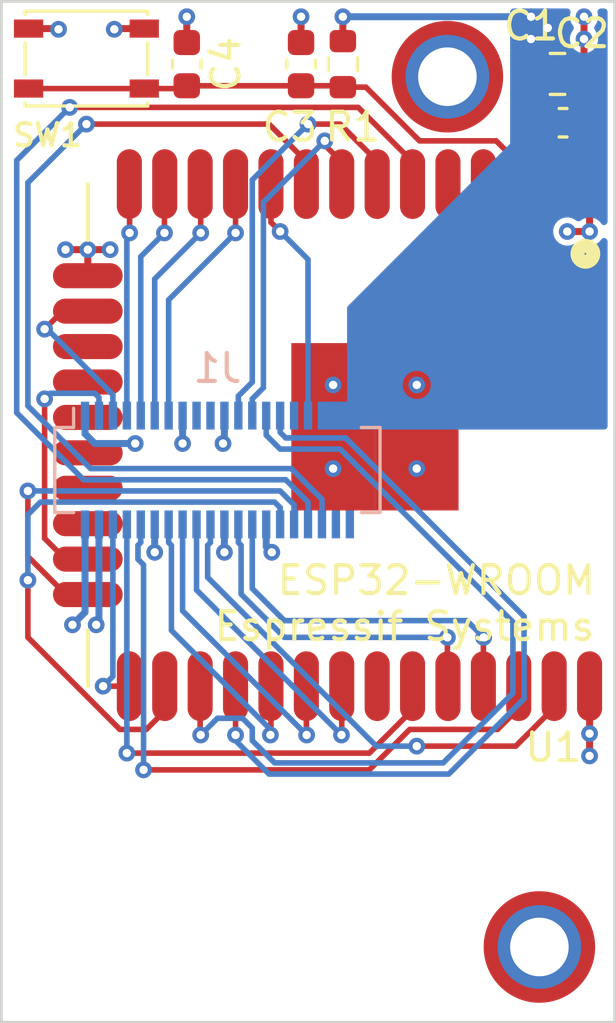
<source format=kicad_pcb>
(kicad_pcb (version 20171130) (host pcbnew "(5.1.9-0-10_14)")

  (general
    (thickness 1.6)
    (drawings 4)
    (tracks 268)
    (zones 0)
    (modules 10)
    (nets 42)
  )

  (page A4)
  (title_block
    (title "mikroPhone WiFi ESP32 adapter")
    (date 2024-01-22)
    (rev 4.0)
  )

  (layers
    (0 F.Cu signal)
    (1 GND power)
    (2 PWR power)
    (31 B.Cu signal)
    (32 B.Adhes user)
    (33 F.Adhes user)
    (34 B.Paste user)
    (35 F.Paste user)
    (36 B.SilkS user)
    (37 F.SilkS user)
    (38 B.Mask user)
    (39 F.Mask user)
    (40 Dwgs.User user)
    (41 Cmts.User user)
    (42 Eco1.User user)
    (43 Eco2.User user)
    (44 Edge.Cuts user)
    (45 Margin user)
    (46 B.CrtYd user)
    (47 F.CrtYd user)
    (48 B.Fab user hide)
    (49 F.Fab user hide)
  )

  (setup
    (last_trace_width 0.2)
    (trace_clearance 0.2)
    (zone_clearance 0.2032)
    (zone_45_only no)
    (trace_min 0.09)
    (via_size 0.6)
    (via_drill 0.3)
    (via_min_size 0.46)
    (via_min_drill 0.2)
    (uvia_size 0.3)
    (uvia_drill 0.1)
    (uvias_allowed no)
    (uvia_min_size 0.2)
    (uvia_min_drill 0.1)
    (edge_width 0.1)
    (segment_width 0.2)
    (pcb_text_width 0.125)
    (pcb_text_size 0.5 0.5)
    (mod_edge_width 0.05)
    (mod_text_size 0.6 0.6)
    (mod_text_width 0.125)
    (pad_size 4 4)
    (pad_drill 2.1)
    (pad_to_mask_clearance 0)
    (aux_axis_origin 106 72)
    (grid_origin 106 72)
    (visible_elements FFFFF7FF)
    (pcbplotparams
      (layerselection 0x010fc_ffffffff)
      (usegerberextensions true)
      (usegerberattributes false)
      (usegerberadvancedattributes false)
      (creategerberjobfile false)
      (excludeedgelayer true)
      (linewidth 0.100000)
      (plotframeref false)
      (viasonmask false)
      (mode 1)
      (useauxorigin false)
      (hpglpennumber 1)
      (hpglpenspeed 20)
      (hpglpendiameter 15.000000)
      (psnegative false)
      (psa4output false)
      (plotreference true)
      (plotvalue true)
      (plotinvisibletext false)
      (padsonsilk false)
      (subtractmaskfromsilk true)
      (outputformat 1)
      (mirror false)
      (drillshape 0)
      (scaleselection 1)
      (outputdirectory "fab/"))
  )

  (net 0 "")
  (net 1 GND)
  (net 2 +3V3)
  (net 3 /ESP32_EN)
  (net 4 /HSPI_SS0)
  (net 5 /HSPI_MOSI)
  (net 6 /HSPI_MISO)
  (net 7 /HSPI_SCK)
  (net 8 /IO27)
  (net 9 /IO26)
  (net 10 /USB_D_N)
  (net 11 /USB_D_P)
  (net 12 /UART2_RI)
  (net 13 /UART2_DTR)
  (net 14 /UART2_RXD)
  (net 15 /UART2_TXD)
  (net 16 /USB_MUX_S)
  (net 17 /WAKE)
  (net 18 /GPIO_22)
  (net 19 /GPIO_20)
  (net 20 /VSPI_SS0)
  (net 21 /VSPI_SCK)
  (net 22 /VSPI_MISO)
  (net 23 /VSPI_MOSI)
  (net 24 /UART0_RXD)
  (net 25 /UART0_TXD)
  (net 26 /PCM_SYNC)
  (net 27 /PCM_DO)
  (net 28 /PCM_DI)
  (net 29 /PCM_CLK)
  (net 30 /USB_MUX_EN)
  (net 31 "Net-(U1-Pad4)")
  (net 32 "Net-(U1-Pad5)")
  (net 33 "Net-(U1-Pad17)")
  (net 34 "Net-(U1-Pad18)")
  (net 35 "Net-(U1-Pad19)")
  (net 36 "Net-(U1-Pad20)")
  (net 37 "Net-(U1-Pad21)")
  (net 38 "Net-(U1-Pad22)")
  (net 39 "Net-(U1-Pad32)")
  (net 40 /~PERST)
  (net 41 /~W_DISABLE)

  (net_class Default "This is the default net class."
    (clearance 0.2)
    (trace_width 0.2)
    (via_dia 0.6)
    (via_drill 0.3)
    (uvia_dia 0.3)
    (uvia_drill 0.1)
    (add_net /ESP32_EN)
    (add_net /GPIO_20)
    (add_net /GPIO_22)
    (add_net /HSPI_MISO)
    (add_net /HSPI_MOSI)
    (add_net /HSPI_SCK)
    (add_net /HSPI_SS0)
    (add_net /IO26)
    (add_net /IO27)
    (add_net /PCM_CLK)
    (add_net /PCM_DI)
    (add_net /PCM_DO)
    (add_net /PCM_SYNC)
    (add_net /UART0_RXD)
    (add_net /UART0_TXD)
    (add_net /UART2_DTR)
    (add_net /UART2_RI)
    (add_net /UART2_RXD)
    (add_net /UART2_TXD)
    (add_net /USB_D_N)
    (add_net /USB_D_P)
    (add_net /USB_MUX_EN)
    (add_net /USB_MUX_S)
    (add_net /VSPI_MISO)
    (add_net /VSPI_MOSI)
    (add_net /VSPI_SCK)
    (add_net /VSPI_SS0)
    (add_net /WAKE)
    (add_net /~PERST)
    (add_net /~W_DISABLE)
    (add_net "Net-(U1-Pad17)")
    (add_net "Net-(U1-Pad18)")
    (add_net "Net-(U1-Pad19)")
    (add_net "Net-(U1-Pad20)")
    (add_net "Net-(U1-Pad21)")
    (add_net "Net-(U1-Pad22)")
    (add_net "Net-(U1-Pad32)")
    (add_net "Net-(U1-Pad4)")
    (add_net "Net-(U1-Pad5)")
  )

  (net_class POWER ""
    (clearance 0.2)
    (trace_width 0.25)
    (via_dia 0.6)
    (via_drill 0.3)
    (uvia_dia 0.3)
    (uvia_drill 0.1)
    (add_net +3V3)
  )

  (net_class POWER_GND ""
    (clearance 0.1524)
    (trace_width 0.25)
    (via_dia 0.6)
    (via_drill 0.3)
    (uvia_dia 0.3)
    (uvia_drill 0.1)
    (add_net GND)
  )

  (net_class USB2 ""
    (clearance 0.1524)
    (trace_width 0.2288)
    (via_dia 0.5)
    (via_drill 0.2)
    (uvia_dia 0.3)
    (uvia_drill 0.1)
    (diff_pair_width 0.2288)
    (diff_pair_gap 0.1524)
  )

  (module Connector_Molex:Molex_SlimStack_55560-0401_2x20_P0.50mm_Vertical (layer B.Cu) (tedit 64EC8225) (tstamp 64EC884B)
    (at 113.75 88.8 180)
    (descr "Molex SlimStack Fine-Pitch SMT Board-to-Board Connectors, 55560-0401, 40 Pins (http://www.molex.com/pdm_docs/sd/555600207_sd.pdf), generated with kicad-footprint-generator")
    (tags "connector Molex SlimStack side entry")
    (path /64F71377)
    (attr smd)
    (fp_text reference J1 (at 0 3.65) (layer B.SilkS)
      (effects (font (size 1 1) (thickness 0.15)) (justify mirror))
    )
    (fp_text value WiFi (at 0 -3.65) (layer B.Fab)
      (effects (font (size 1 1) (thickness 0.15)) (justify mirror))
    )
    (fp_line (start -6.22 2.95) (end 6.22 2.95) (layer B.CrtYd) (width 0.05))
    (fp_line (start -6.22 -2.95) (end -6.22 2.95) (layer B.CrtYd) (width 0.05))
    (fp_line (start 6.22 -2.95) (end -6.22 -2.95) (layer B.CrtYd) (width 0.05))
    (fp_line (start 6.22 2.95) (end 6.22 -2.95) (layer B.CrtYd) (width 0.05))
    (fp_line (start -5.835 1.525) (end -5.16 1.525) (layer B.SilkS) (width 0.12))
    (fp_line (start -5.835 -1.525) (end -5.835 1.525) (layer B.SilkS) (width 0.12))
    (fp_line (start -5.16 -1.525) (end -5.835 -1.525) (layer B.SilkS) (width 0.12))
    (fp_line (start 5.16 1.525) (end 5.16 2.215) (layer B.SilkS) (width 0.12))
    (fp_line (start 5.835 1.525) (end 5.16 1.525) (layer B.SilkS) (width 0.12))
    (fp_line (start 5.835 -1.525) (end 5.835 1.525) (layer B.SilkS) (width 0.12))
    (fp_line (start 5.16 -1.525) (end 5.835 -1.525) (layer B.SilkS) (width 0.12))
    (fp_line (start 5.16 1.525) (end 5.16 2.215) (layer B.Fab) (width 0.1))
    (fp_line (start -5.725 1.415) (end 5.725 1.415) (layer B.Fab) (width 0.1))
    (fp_line (start -5.725 -1.415) (end -5.725 1.415) (layer B.Fab) (width 0.1))
    (fp_line (start 5.725 -1.415) (end -5.725 -1.415) (layer B.Fab) (width 0.1))
    (fp_line (start 5.725 1.415) (end 5.725 -1.415) (layer B.Fab) (width 0.1))
    (fp_text user %R (at 0 0) (layer B.Fab)
      (effects (font (size 1 1) (thickness 0.15)) (justify mirror))
    )
    (pad 1 smd rect (at 4.75 1.95 180) (size 0.3 1) (layers B.Cu B.Paste B.Mask)
      (net 1 GND))
    (pad 3 smd rect (at 4.25 1.95 180) (size 0.3 1) (layers B.Cu B.Paste B.Mask)
      (net 4 /HSPI_SS0))
    (pad 5 smd rect (at 3.75 1.95 180) (size 0.3 1) (layers B.Cu B.Paste B.Mask)
      (net 5 /HSPI_MOSI))
    (pad 7 smd rect (at 3.25 1.95 180) (size 0.3 1) (layers B.Cu B.Paste B.Mask)
      (net 6 /HSPI_MISO))
    (pad 9 smd rect (at 2.75 1.95 180) (size 0.3 1) (layers B.Cu B.Paste B.Mask)
      (net 7 /HSPI_SCK))
    (pad 11 smd rect (at 2.25 1.95 180) (size 0.3 1) (layers B.Cu B.Paste B.Mask)
      (net 8 /IO27))
    (pad 13 smd rect (at 1.75 1.95 180) (size 0.3 1) (layers B.Cu B.Paste B.Mask)
      (net 9 /IO26))
    (pad 15 smd rect (at 1.25 1.95 180) (size 0.3 1) (layers B.Cu B.Paste B.Mask)
      (net 1 GND))
    (pad 17 smd rect (at 0.75 1.95 180) (size 0.3 1) (layers B.Cu B.Paste B.Mask)
      (net 10 /USB_D_N))
    (pad 19 smd rect (at 0.25 1.95 180) (size 0.3 1) (layers B.Cu B.Paste B.Mask)
      (net 11 /USB_D_P))
    (pad 21 smd rect (at -0.25 1.95 180) (size 0.3 1) (layers B.Cu B.Paste B.Mask)
      (net 1 GND))
    (pad 23 smd rect (at -0.75 1.95 180) (size 0.3 1) (layers B.Cu B.Paste B.Mask)
      (net 12 /UART2_RI))
    (pad 25 smd rect (at -1.25 1.95 180) (size 0.3 1) (layers B.Cu B.Paste B.Mask)
      (net 13 /UART2_DTR))
    (pad 27 smd rect (at -1.75 1.95 180) (size 0.3 1) (layers B.Cu B.Paste B.Mask)
      (net 14 /UART2_RXD))
    (pad 29 smd rect (at -2.25 1.95 180) (size 0.3 1) (layers B.Cu B.Paste B.Mask)
      (net 15 /UART2_TXD))
    (pad 31 smd rect (at -2.75 1.95 180) (size 0.3 1) (layers B.Cu B.Paste B.Mask)
      (net 30 /USB_MUX_EN))
    (pad 33 smd rect (at -3.25 1.95 180) (size 0.3 1) (layers B.Cu B.Paste B.Mask)
      (net 40 /~PERST))
    (pad 35 smd rect (at -3.75 1.95 180) (size 0.3 1) (layers B.Cu B.Paste B.Mask)
      (net 2 +3V3))
    (pad 37 smd rect (at -4.25 1.95 180) (size 0.3 1) (layers B.Cu B.Paste B.Mask)
      (net 2 +3V3))
    (pad 39 smd rect (at -4.75 1.95 180) (size 0.3 1) (layers B.Cu B.Paste B.Mask)
      (net 2 +3V3))
    (pad 2 smd rect (at 4.75 -1.95 180) (size 0.3 1) (layers B.Cu B.Paste B.Mask)
      (net 1 GND))
    (pad 4 smd rect (at 4.25 -1.95 180) (size 0.3 1) (layers B.Cu B.Paste B.Mask)
      (net 1 GND))
    (pad 6 smd rect (at 3.75 -1.95 180) (size 0.3 1) (layers B.Cu B.Paste B.Mask)
      (net 17 /WAKE))
    (pad 8 smd rect (at 3.25 -1.95 180) (size 0.3 1) (layers B.Cu B.Paste B.Mask)
      (net 18 /GPIO_22))
    (pad 10 smd rect (at 2.75 -1.95 180) (size 0.3 1) (layers B.Cu B.Paste B.Mask)
      (net 19 /GPIO_20))
    (pad 12 smd rect (at 2.25 -1.95 180) (size 0.3 1) (layers B.Cu B.Paste B.Mask)
      (net 1 GND))
    (pad 14 smd rect (at 1.75 -1.95 180) (size 0.3 1) (layers B.Cu B.Paste B.Mask)
      (net 20 /VSPI_SS0))
    (pad 16 smd rect (at 1.25 -1.95 180) (size 0.3 1) (layers B.Cu B.Paste B.Mask)
      (net 21 /VSPI_SCK))
    (pad 18 smd rect (at 0.75 -1.95 180) (size 0.3 1) (layers B.Cu B.Paste B.Mask)
      (net 22 /VSPI_MISO))
    (pad 20 smd rect (at 0.25 -1.95 180) (size 0.3 1) (layers B.Cu B.Paste B.Mask)
      (net 23 /VSPI_MOSI))
    (pad 22 smd rect (at -0.25 -1.95 180) (size 0.3 1) (layers B.Cu B.Paste B.Mask)
      (net 1 GND))
    (pad 24 smd rect (at -0.75 -1.95 180) (size 0.3 1) (layers B.Cu B.Paste B.Mask)
      (net 24 /UART0_RXD))
    (pad 26 smd rect (at -1.25 -1.95 180) (size 0.3 1) (layers B.Cu B.Paste B.Mask)
      (net 25 /UART0_TXD))
    (pad 28 smd rect (at -1.75 -1.95 180) (size 0.3 1) (layers B.Cu B.Paste B.Mask)
      (net 1 GND))
    (pad 30 smd rect (at -2.25 -1.95 180) (size 0.3 1) (layers B.Cu B.Paste B.Mask)
      (net 26 /PCM_SYNC))
    (pad 32 smd rect (at -2.75 -1.95 180) (size 0.3 1) (layers B.Cu B.Paste B.Mask)
      (net 27 /PCM_DO))
    (pad 34 smd rect (at -3.25 -1.95 180) (size 0.3 1) (layers B.Cu B.Paste B.Mask)
      (net 28 /PCM_DI))
    (pad 36 smd rect (at -3.75 -1.95 180) (size 0.3 1) (layers B.Cu B.Paste B.Mask)
      (net 29 /PCM_CLK))
    (pad 38 smd rect (at -4.25 -1.95 180) (size 0.3 1) (layers B.Cu B.Paste B.Mask)
      (net 16 /USB_MUX_S))
    (pad 40 smd rect (at -4.75 -1.95 180) (size 0.3 1) (layers B.Cu B.Paste B.Mask)
      (net 41 /~W_DISABLE))
    (model ${KISYS3DMOD}/Connector_Molex.3dshapes/Molex_SlimStack_55560-0401_2x20_P0.50mm_Vertical.wrl
      (at (xyz 0 0 0))
      (scale (xyz 1 1 1))
      (rotate (xyz 0 0 0))
    )
  )

  (module footprints:Espressif_ESP32-WROOM (layer F.Cu) (tedit 5D66B0BD) (tstamp 64EA1CD8)
    (at 121.85 87.55 90)
    (path /6176A093)
    (fp_text reference U1 (at -11.2 3.95 180) (layer F.SilkS)
      (effects (font (size 1 1) (thickness 0.15)))
    )
    (fp_text value ESP32-WROOM (at 0 9.9 90) (layer F.Fab)
      (effects (font (size 1 1) (thickness 0.15)))
    )
    (fp_line (start -9 -12.75) (end -7 -12.75) (layer F.SilkS) (width 0.15))
    (fp_line (start 9 -12.75) (end 7 -12.75) (layer F.SilkS) (width 0.15))
    (fp_circle (center 6.5 5.1) (end 6.627 5.354) (layer F.SilkS) (width 0.5))
    (fp_text user ESP32-WROOM (at -5.207 -0.246) (layer F.SilkS)
      (effects (font (size 1 1) (thickness 0.15)))
    )
    (fp_text user "Espressif Systems" (at -6.858 -1.389) (layer F.SilkS)
      (effects (font (size 1 1) (thickness 0.15)))
    )
    (pad 39 smd rect (at -1.2 -0.95 90) (size 3 3) (layers F.Cu F.Paste F.Mask)
      (net 1 GND))
    (pad 39 smd rect (at 1.8 -0.95 90) (size 3 3) (layers F.Cu F.Paste F.Mask)
      (net 1 GND))
    (pad 39 smd rect (at 1.8 -3.95 90) (size 3 3) (layers F.Cu F.Paste F.Mask)
      (net 1 GND))
    (pad 39 smd rect (at -1.2 -3.95 90) (size 3 3) (layers F.Cu F.Paste F.Mask)
      (net 1 GND))
    (pad 1 smd oval (at 9 5.25 90) (size 2.5 0.9) (layers F.Cu F.Paste F.Mask)
      (net 1 GND))
    (pad 2 smd oval (at 9 3.98 90) (size 2.5 0.9) (layers F.Cu F.Paste F.Mask)
      (net 2 +3V3))
    (pad 3 smd oval (at 9 2.71 90) (size 2.5 0.9) (layers F.Cu F.Paste F.Mask)
      (net 3 /ESP32_EN))
    (pad 4 smd oval (at 9 1.44 90) (size 2.5 0.9) (layers F.Cu F.Paste F.Mask)
      (net 31 "Net-(U1-Pad4)"))
    (pad 5 smd oval (at 9 0.17 90) (size 2.5 0.9) (layers F.Cu F.Paste F.Mask)
      (net 32 "Net-(U1-Pad5)"))
    (pad 6 smd oval (at 9 -1.1 90) (size 2.5 0.9) (layers F.Cu F.Paste F.Mask)
      (net 28 /PCM_DI))
    (pad 7 smd oval (at 9 -2.37 90) (size 2.5 0.9) (layers F.Cu F.Paste F.Mask)
      (net 12 /UART2_RI))
    (pad 8 smd oval (at 9 -3.64 90) (size 2.5 0.9) (layers F.Cu F.Paste F.Mask)
      (net 13 /UART2_DTR))
    (pad 9 smd oval (at 9 -4.91 90) (size 2.5 0.9) (layers F.Cu F.Paste F.Mask)
      (net 29 /PCM_CLK))
    (pad 10 smd oval (at 9 -6.18 90) (size 2.5 0.9) (layers F.Cu F.Paste F.Mask)
      (net 40 /~PERST))
    (pad 11 smd oval (at 9 -7.45 90) (size 2.5 0.9) (layers F.Cu F.Paste F.Mask)
      (net 9 /IO26))
    (pad 12 smd oval (at 9 -8.72 90) (size 2.5 0.9) (layers F.Cu F.Paste F.Mask)
      (net 8 /IO27))
    (pad 13 smd oval (at 9 -9.99 90) (size 2.5 0.9) (layers F.Cu F.Paste F.Mask)
      (net 7 /HSPI_SCK))
    (pad 14 smd oval (at 9 -11.26 90) (size 2.5 0.9) (layers F.Cu F.Paste F.Mask)
      (net 6 /HSPI_MISO))
    (pad 15 smd oval (at 5.715 -12.75 90) (size 0.9 2.5) (layers F.Cu F.Paste F.Mask)
      (net 1 GND))
    (pad 16 smd oval (at 4.445 -12.75 90) (size 0.9 2.5) (layers F.Cu F.Paste F.Mask)
      (net 5 /HSPI_MOSI))
    (pad 17 smd oval (at 3.175 -12.75 90) (size 0.9 2.5) (layers F.Cu F.Paste F.Mask)
      (net 33 "Net-(U1-Pad17)"))
    (pad 18 smd oval (at 1.905 -12.75 90) (size 0.9 2.5) (layers F.Cu F.Paste F.Mask)
      (net 34 "Net-(U1-Pad18)"))
    (pad 19 smd oval (at 0.635 -12.75 90) (size 0.9 2.5) (layers F.Cu F.Paste F.Mask)
      (net 35 "Net-(U1-Pad19)"))
    (pad 20 smd oval (at -0.635 -12.75 90) (size 0.9 2.5) (layers F.Cu F.Paste F.Mask)
      (net 36 "Net-(U1-Pad20)"))
    (pad 21 smd oval (at -1.905 -12.75 90) (size 0.9 2.5) (layers F.Cu F.Paste F.Mask)
      (net 37 "Net-(U1-Pad21)"))
    (pad 22 smd oval (at -3.175 -12.75 90) (size 0.9 2.5) (layers F.Cu F.Paste F.Mask)
      (net 38 "Net-(U1-Pad22)"))
    (pad 23 smd oval (at -4.445 -12.75 90) (size 0.9 2.5) (layers F.Cu F.Paste F.Mask)
      (net 4 /HSPI_SS0))
    (pad 24 smd oval (at -5.715 -12.75 90) (size 0.9 2.5) (layers F.Cu F.Paste F.Mask)
      (net 27 /PCM_DO))
    (pad 25 smd oval (at -9 -11.26 90) (size 2.5 0.9) (layers F.Cu F.Paste F.Mask)
      (net 17 /WAKE))
    (pad 26 smd oval (at -9 -9.99 90) (size 2.5 0.9) (layers F.Cu F.Paste F.Mask)
      (net 26 /PCM_SYNC))
    (pad 27 smd oval (at -9 -8.72 90) (size 2.5 0.9) (layers F.Cu F.Paste F.Mask)
      (net 14 /UART2_RXD))
    (pad 28 smd oval (at -9 -7.45 90) (size 2.5 0.9) (layers F.Cu F.Paste F.Mask)
      (net 15 /UART2_TXD))
    (pad 29 smd oval (at -9 -6.18 90) (size 2.5 0.9) (layers F.Cu F.Paste F.Mask)
      (net 20 /VSPI_SS0))
    (pad 30 smd oval (at -9 -4.91 90) (size 2.5 0.9) (layers F.Cu F.Paste F.Mask)
      (net 21 /VSPI_SCK))
    (pad 31 smd oval (at -9 -3.64 90) (size 2.5 0.9) (layers F.Cu F.Paste F.Mask)
      (net 22 /VSPI_MISO))
    (pad 32 smd oval (at -9 -2.37 90) (size 2.5 0.9) (layers F.Cu F.Paste F.Mask)
      (net 39 "Net-(U1-Pad32)"))
    (pad 33 smd oval (at -9 -1.1 90) (size 2.5 0.9) (layers F.Cu F.Paste F.Mask)
      (net 18 /GPIO_22))
    (pad 34 smd oval (at -9 0.17 90) (size 2.5 0.9) (layers F.Cu F.Paste F.Mask)
      (net 24 /UART0_RXD))
    (pad 35 smd oval (at -9 1.44 90) (size 2.5 0.9) (layers F.Cu F.Paste F.Mask)
      (net 25 /UART0_TXD))
    (pad 36 smd oval (at -9 2.71 90) (size 2.5 0.9) (layers F.Cu F.Paste F.Mask)
      (net 19 /GPIO_20))
    (pad 37 smd oval (at -9 3.98 90) (size 2.5 0.9) (layers F.Cu F.Paste F.Mask)
      (net 23 /VSPI_MOSI))
    (pad 38 smd oval (at -9 5.25 90) (size 2.5 0.9) (layers F.Cu F.Paste F.Mask)
      (net 1 GND))
  )

  (module Capacitor_SMD:C_0603_1608Metric (layer F.Cu) (tedit 5F68FEEE) (tstamp 5FCA89B4)
    (at 126.15 76.35)
    (descr "Capacitor SMD 0603 (1608 Metric), square (rectangular) end terminal, IPC_7351 nominal, (Body size source: IPC-SM-782 page 76, https://www.pcb-3d.com/wordpress/wp-content/uploads/ipc-sm-782a_amendment_1_and_2.pdf), generated with kicad-footprint-generator")
    (tags capacitor)
    (path /5C506C38)
    (attr smd)
    (fp_text reference C2 (at 0.675 -3.2) (layer F.SilkS)
      (effects (font (size 1 1) (thickness 0.15)))
    )
    (fp_text value 0.1uF (at 4 0.05) (layer F.Fab)
      (effects (font (size 1 1) (thickness 0.15)))
    )
    (fp_line (start -0.8 0.4) (end -0.8 -0.4) (layer F.Fab) (width 0.1))
    (fp_line (start -0.8 -0.4) (end 0.8 -0.4) (layer F.Fab) (width 0.1))
    (fp_line (start 0.8 -0.4) (end 0.8 0.4) (layer F.Fab) (width 0.1))
    (fp_line (start 0.8 0.4) (end -0.8 0.4) (layer F.Fab) (width 0.1))
    (fp_line (start -0.14058 -0.51) (end 0.14058 -0.51) (layer F.SilkS) (width 0.12))
    (fp_line (start -0.14058 0.51) (end 0.14058 0.51) (layer F.SilkS) (width 0.12))
    (fp_line (start -1.48 0.73) (end -1.48 -0.73) (layer F.CrtYd) (width 0.05))
    (fp_line (start -1.48 -0.73) (end 1.48 -0.73) (layer F.CrtYd) (width 0.05))
    (fp_line (start 1.48 -0.73) (end 1.48 0.73) (layer F.CrtYd) (width 0.05))
    (fp_line (start 1.48 0.73) (end -1.48 0.73) (layer F.CrtYd) (width 0.05))
    (fp_text user %R (at 0 0) (layer F.Fab)
      (effects (font (size 0.4 0.4) (thickness 0.06)))
    )
    (pad 2 smd roundrect (at 0.775 0) (size 0.9 0.95) (layers F.Cu F.Paste F.Mask) (roundrect_rratio 0.25)
      (net 1 GND))
    (pad 1 smd roundrect (at -0.775 0) (size 0.9 0.95) (layers F.Cu F.Paste F.Mask) (roundrect_rratio 0.25)
      (net 2 +3V3))
    (model ${KISYS3DMOD}/Capacitor_SMD.3dshapes/C_0603_1608Metric.wrl
      (at (xyz 0 0 0))
      (scale (xyz 1 1 1))
      (rotate (xyz 0 0 0))
    )
  )

  (module Capacitor_SMD:C_0603_1608Metric (layer F.Cu) (tedit 5F68FEEE) (tstamp 5CB63157)
    (at 116.75 74.25 90)
    (descr "Capacitor SMD 0603 (1608 Metric), square (rectangular) end terminal, IPC_7351 nominal, (Body size source: IPC-SM-782 page 76, https://www.pcb-3d.com/wordpress/wp-content/uploads/ipc-sm-782a_amendment_1_and_2.pdf), generated with kicad-footprint-generator")
    (tags capacitor)
    (path /5C506CD9)
    (attr smd)
    (fp_text reference C3 (at -2.25 -0.4) (layer F.SilkS)
      (effects (font (size 1 1) (thickness 0.15)))
    )
    (fp_text value 10uF (at -3.8 0 270) (layer F.Fab)
      (effects (font (size 1 1) (thickness 0.15)))
    )
    (fp_line (start -0.8 0.4) (end -0.8 -0.4) (layer F.Fab) (width 0.1))
    (fp_line (start -0.8 -0.4) (end 0.8 -0.4) (layer F.Fab) (width 0.1))
    (fp_line (start 0.8 -0.4) (end 0.8 0.4) (layer F.Fab) (width 0.1))
    (fp_line (start 0.8 0.4) (end -0.8 0.4) (layer F.Fab) (width 0.1))
    (fp_line (start -0.14058 -0.51) (end 0.14058 -0.51) (layer F.SilkS) (width 0.12))
    (fp_line (start -0.14058 0.51) (end 0.14058 0.51) (layer F.SilkS) (width 0.12))
    (fp_line (start -1.48 0.73) (end -1.48 -0.73) (layer F.CrtYd) (width 0.05))
    (fp_line (start -1.48 -0.73) (end 1.48 -0.73) (layer F.CrtYd) (width 0.05))
    (fp_line (start 1.48 -0.73) (end 1.48 0.73) (layer F.CrtYd) (width 0.05))
    (fp_line (start 1.48 0.73) (end -1.48 0.73) (layer F.CrtYd) (width 0.05))
    (fp_text user %R (at 0 0 270) (layer F.Fab)
      (effects (font (size 0.4 0.4) (thickness 0.06)))
    )
    (pad 2 smd roundrect (at 0.775 0 90) (size 0.9 0.95) (layers F.Cu F.Paste F.Mask) (roundrect_rratio 0.25)
      (net 1 GND))
    (pad 1 smd roundrect (at -0.775 0 90) (size 0.9 0.95) (layers F.Cu F.Paste F.Mask) (roundrect_rratio 0.25)
      (net 3 /ESP32_EN))
    (model ${KISYS3DMOD}/Capacitor_SMD.3dshapes/C_0603_1608Metric.wrl
      (at (xyz 0 0 0))
      (scale (xyz 1 1 1))
      (rotate (xyz 0 0 0))
    )
  )

  (module Resistor_SMD:R_0603_1608Metric (layer F.Cu) (tedit 5F68FEEE) (tstamp 5CB637A1)
    (at 118.25 74.25 270)
    (descr "Resistor SMD 0603 (1608 Metric), square (rectangular) end terminal, IPC_7351 nominal, (Body size source: IPC-SM-782 page 72, https://www.pcb-3d.com/wordpress/wp-content/uploads/ipc-sm-782a_amendment_1_and_2.pdf), generated with kicad-footprint-generator")
    (tags resistor)
    (path /5C506D6E)
    (attr smd)
    (fp_text reference R1 (at 2.25 -0.35 180) (layer F.SilkS)
      (effects (font (size 1 1) (thickness 0.15)))
    )
    (fp_text value 10K (at 4.35 0 270) (layer F.Fab)
      (effects (font (size 1 1) (thickness 0.15)))
    )
    (fp_line (start -0.8 0.4125) (end -0.8 -0.4125) (layer F.Fab) (width 0.1))
    (fp_line (start -0.8 -0.4125) (end 0.8 -0.4125) (layer F.Fab) (width 0.1))
    (fp_line (start 0.8 -0.4125) (end 0.8 0.4125) (layer F.Fab) (width 0.1))
    (fp_line (start 0.8 0.4125) (end -0.8 0.4125) (layer F.Fab) (width 0.1))
    (fp_line (start -0.237258 -0.5225) (end 0.237258 -0.5225) (layer F.SilkS) (width 0.12))
    (fp_line (start -0.237258 0.5225) (end 0.237258 0.5225) (layer F.SilkS) (width 0.12))
    (fp_line (start -1.48 0.73) (end -1.48 -0.73) (layer F.CrtYd) (width 0.05))
    (fp_line (start -1.48 -0.73) (end 1.48 -0.73) (layer F.CrtYd) (width 0.05))
    (fp_line (start 1.48 -0.73) (end 1.48 0.73) (layer F.CrtYd) (width 0.05))
    (fp_line (start 1.48 0.73) (end -1.48 0.73) (layer F.CrtYd) (width 0.05))
    (fp_text user %R (at 0 0 270) (layer F.Fab)
      (effects (font (size 0.4 0.4) (thickness 0.06)))
    )
    (pad 2 smd roundrect (at 0.825 0 270) (size 0.8 0.95) (layers F.Cu F.Paste F.Mask) (roundrect_rratio 0.25)
      (net 3 /ESP32_EN))
    (pad 1 smd roundrect (at -0.825 0 270) (size 0.8 0.95) (layers F.Cu F.Paste F.Mask) (roundrect_rratio 0.25)
      (net 2 +3V3))
    (model ${KISYS3DMOD}/Resistor_SMD.3dshapes/R_0603_1608Metric.wrl
      (at (xyz 0 0 0))
      (scale (xyz 1 1 1))
      (rotate (xyz 0 0 0))
    )
  )

  (module Button_Switch_SMD:SW_SPST_PTS810 (layer F.Cu) (tedit 5B0610A8) (tstamp 60002A5B)
    (at 109.05 74.05 180)
    (descr "C&K Components, PTS 810 Series, Microminiature SMT Top Actuated, http://www.ckswitches.com/media/1476/pts810.pdf")
    (tags "SPST Button Switch")
    (path /5CC8732C)
    (attr smd)
    (fp_text reference SW1 (at 1.4 -2.75 180) (layer F.SilkS)
      (effects (font (size 0.8 0.8) (thickness 0.15)))
    )
    (fp_text value ESP32_RST (at -1.3 3.25) (layer F.Fab)
      (effects (font (size 1 1) (thickness 0.15)))
    )
    (fp_line (start -2.85 -1.85) (end 2.85 -1.85) (layer F.CrtYd) (width 0.05))
    (fp_line (start -2.85 1.85) (end -2.85 -1.85) (layer F.CrtYd) (width 0.05))
    (fp_line (start 2.85 1.85) (end -2.85 1.85) (layer F.CrtYd) (width 0.05))
    (fp_line (start 2.85 -1.85) (end 2.85 1.85) (layer F.CrtYd) (width 0.05))
    (fp_line (start 2.2 -1.58) (end 2.2 -1.7) (layer F.SilkS) (width 0.12))
    (fp_line (start 2.2 0.57) (end 2.2 -0.57) (layer F.SilkS) (width 0.12))
    (fp_line (start 2.2 1.7) (end 2.2 1.58) (layer F.SilkS) (width 0.12))
    (fp_line (start -2.2 1.7) (end 2.2 1.7) (layer F.SilkS) (width 0.12))
    (fp_line (start -2.2 1.58) (end -2.2 1.7) (layer F.SilkS) (width 0.12))
    (fp_line (start -2.2 -0.57) (end -2.2 0.57) (layer F.SilkS) (width 0.12))
    (fp_line (start -2.2 -1.7) (end -2.2 -1.58) (layer F.SilkS) (width 0.12))
    (fp_line (start 2.2 -1.7) (end -2.2 -1.7) (layer F.SilkS) (width 0.12))
    (fp_line (start 0.4 1.1) (end -0.4 1.1) (layer F.Fab) (width 0.1))
    (fp_line (start -0.4 -1.1) (end 0.4 -1.1) (layer F.Fab) (width 0.1))
    (fp_line (start -2.1 1.6) (end 2.1 1.6) (layer F.Fab) (width 0.1))
    (fp_line (start -2.1 -1.6) (end -2.1 1.6) (layer F.Fab) (width 0.1))
    (fp_line (start 2.1 -1.6) (end -2.1 -1.6) (layer F.Fab) (width 0.1))
    (fp_line (start 2.1 1.6) (end 2.1 -1.6) (layer F.Fab) (width 0.1))
    (fp_arc (start 0.4 0) (end 0.4 -1.1) (angle 180) (layer F.Fab) (width 0.1))
    (fp_arc (start -0.4 0) (end -0.4 1.1) (angle 180) (layer F.Fab) (width 0.1))
    (fp_text user %R (at 0 0) (layer F.Fab)
      (effects (font (size 0.6 0.6) (thickness 0.09)))
    )
    (pad 2 smd rect (at 2.075 1.075 180) (size 1.05 0.65) (layers F.Cu F.Paste F.Mask)
      (net 1 GND))
    (pad 2 smd rect (at -2.075 1.075 180) (size 1.05 0.65) (layers F.Cu F.Paste F.Mask)
      (net 1 GND))
    (pad 1 smd rect (at 2.075 -1.075 180) (size 1.05 0.65) (layers F.Cu F.Paste F.Mask)
      (net 3 /ESP32_EN))
    (pad 1 smd rect (at -2.075 -1.075 180) (size 1.05 0.65) (layers F.Cu F.Paste F.Mask)
      (net 3 /ESP32_EN))
    (model ${KISYS3DMOD}/Button_Switch_SMD.3dshapes/SW_SPST_PTS810.wrl
      (at (xyz 0 0 0))
      (scale (xyz 1 1 1))
      (rotate (xyz 0 0 0))
    )
  )

  (module Capacitor_SMD:C_0805_2012Metric (layer F.Cu) (tedit 5F68FEEE) (tstamp 64ECA4D4)
    (at 125.95 74.6)
    (descr "Capacitor SMD 0805 (2012 Metric), square (rectangular) end terminal, IPC_7351 nominal, (Body size source: IPC-SM-782 page 76, https://www.pcb-3d.com/wordpress/wp-content/uploads/ipc-sm-782a_amendment_1_and_2.pdf, https://docs.google.com/spreadsheets/d/1BsfQQcO9C6DZCsRaXUlFlo91Tg2WpOkGARC1WS5S8t0/edit?usp=sharing), generated with kicad-footprint-generator")
    (tags capacitor)
    (path /5C506C85)
    (attr smd)
    (fp_text reference C1 (at -0.95 -1.725) (layer F.SilkS)
      (effects (font (size 1 1) (thickness 0.15)))
    )
    (fp_text value 22uF (at 3.65 0) (layer F.Fab)
      (effects (font (size 1 1) (thickness 0.15)))
    )
    (fp_line (start -1 0.625) (end -1 -0.625) (layer F.Fab) (width 0.1))
    (fp_line (start -1 -0.625) (end 1 -0.625) (layer F.Fab) (width 0.1))
    (fp_line (start 1 -0.625) (end 1 0.625) (layer F.Fab) (width 0.1))
    (fp_line (start 1 0.625) (end -1 0.625) (layer F.Fab) (width 0.1))
    (fp_line (start -0.261252 -0.735) (end 0.261252 -0.735) (layer F.SilkS) (width 0.12))
    (fp_line (start -0.261252 0.735) (end 0.261252 0.735) (layer F.SilkS) (width 0.12))
    (fp_line (start -1.7 0.98) (end -1.7 -0.98) (layer F.CrtYd) (width 0.05))
    (fp_line (start -1.7 -0.98) (end 1.7 -0.98) (layer F.CrtYd) (width 0.05))
    (fp_line (start 1.7 -0.98) (end 1.7 0.98) (layer F.CrtYd) (width 0.05))
    (fp_line (start 1.7 0.98) (end -1.7 0.98) (layer F.CrtYd) (width 0.05))
    (fp_text user %R (at 0 0) (layer F.Fab)
      (effects (font (size 0.5 0.5) (thickness 0.08)))
    )
    (pad 2 smd roundrect (at 0.95 0) (size 1 1.45) (layers F.Cu F.Paste F.Mask) (roundrect_rratio 0.25)
      (net 1 GND))
    (pad 1 smd roundrect (at -0.95 0) (size 1 1.45) (layers F.Cu F.Paste F.Mask) (roundrect_rratio 0.25)
      (net 2 +3V3))
    (model ${KISYS3DMOD}/Capacitor_SMD.3dshapes/C_0805_2012Metric.wrl
      (at (xyz 0 0 0))
      (scale (xyz 1 1 1))
      (rotate (xyz 0 0 0))
    )
  )

  (module Capacitor_SMD:C_0603_1608Metric (layer F.Cu) (tedit 5F68FEEE) (tstamp 600E250D)
    (at 112.65 74.25 90)
    (descr "Capacitor SMD 0603 (1608 Metric), square (rectangular) end terminal, IPC_7351 nominal, (Body size source: IPC-SM-782 page 76, https://www.pcb-3d.com/wordpress/wp-content/uploads/ipc-sm-782a_amendment_1_and_2.pdf), generated with kicad-footprint-generator")
    (tags capacitor)
    (path /62863E5F)
    (attr smd)
    (fp_text reference C4 (at 0 1.4 90) (layer F.SilkS)
      (effects (font (size 1 1) (thickness 0.15)))
    )
    (fp_text value 0.1uF (at -3.55 0 90) (layer F.Fab)
      (effects (font (size 1 1) (thickness 0.15)))
    )
    (fp_line (start -0.8 0.4) (end -0.8 -0.4) (layer F.Fab) (width 0.1))
    (fp_line (start -0.8 -0.4) (end 0.8 -0.4) (layer F.Fab) (width 0.1))
    (fp_line (start 0.8 -0.4) (end 0.8 0.4) (layer F.Fab) (width 0.1))
    (fp_line (start 0.8 0.4) (end -0.8 0.4) (layer F.Fab) (width 0.1))
    (fp_line (start -0.14058 -0.51) (end 0.14058 -0.51) (layer F.SilkS) (width 0.12))
    (fp_line (start -0.14058 0.51) (end 0.14058 0.51) (layer F.SilkS) (width 0.12))
    (fp_line (start -1.48 0.73) (end -1.48 -0.73) (layer F.CrtYd) (width 0.05))
    (fp_line (start -1.48 -0.73) (end 1.48 -0.73) (layer F.CrtYd) (width 0.05))
    (fp_line (start 1.48 -0.73) (end 1.48 0.73) (layer F.CrtYd) (width 0.05))
    (fp_line (start 1.48 0.73) (end -1.48 0.73) (layer F.CrtYd) (width 0.05))
    (fp_text user %R (at 0 0 90) (layer F.Fab)
      (effects (font (size 0.4 0.4) (thickness 0.06)))
    )
    (pad 2 smd roundrect (at 0.775 0 90) (size 0.9 0.95) (layers F.Cu F.Paste F.Mask) (roundrect_rratio 0.25)
      (net 1 GND))
    (pad 1 smd roundrect (at -0.775 0 90) (size 0.9 0.95) (layers F.Cu F.Paste F.Mask) (roundrect_rratio 0.25)
      (net 3 /ESP32_EN))
    (model ${KISYS3DMOD}/Capacitor_SMD.3dshapes/C_0603_1608Metric.wrl
      (at (xyz 0 0 0))
      (scale (xyz 1 1 1))
      (rotate (xyz 0 0 0))
    )
  )

  (module footprints:Spacer_small (layer F.Cu) (tedit 61BFD32E) (tstamp 64EC8ED8)
    (at 122 74.7)
    (path /64EE975F)
    (fp_text reference J2 (at 0 2.8) (layer F.SilkS) hide
      (effects (font (size 1 1) (thickness 0.15)))
    )
    (fp_text value Spacer (at 0 -2.7) (layer F.Fab)
      (effects (font (size 1 1) (thickness 0.15)))
    )
    (pad 1 thru_hole circle (at 0 0) (size 3 3) (drill 2.1) (layers *.Cu *.Mask)
      (net 1 GND))
    (pad 1 smd circle (at 0 0) (size 4 4) (layers F.Cu F.Mask)
      (net 1 GND))
  )

  (module footprints:Spacer_small (layer F.Cu) (tedit 61BFD32E) (tstamp 64EC8EDE)
    (at 125.3 105.9)
    (path /64EEA09B)
    (fp_text reference J3 (at 0 2.8) (layer F.SilkS) hide
      (effects (font (size 1 1) (thickness 0.15)))
    )
    (fp_text value Spacer (at 0 -2.7) (layer F.Fab)
      (effects (font (size 1 1) (thickness 0.15)))
    )
    (pad 1 smd circle (at 0 0) (size 4 4) (layers F.Cu F.Mask)
      (net 1 GND))
    (pad 1 thru_hole circle (at 0 0) (size 3 3) (drill 2.1) (layers *.Cu *.Mask)
      (net 1 GND))
  )

  (gr_line (start 106 72) (end 128 72) (layer Edge.Cuts) (width 0.1) (tstamp 64EC8F40))
  (gr_line (start 106 108.6) (end 106 72) (layer Edge.Cuts) (width 0.1))
  (gr_line (start 128 108.6) (end 106 108.6) (layer Edge.Cuts) (width 0.1))
  (gr_line (start 128 108.6) (end 128 72) (layer Edge.Cuts) (width 0.1))

  (via (at 110.05 73) (size 0.6) (drill 0.3) (layers F.Cu B.Cu) (net 1))
  (segment (start 108.025 72.975) (end 108.05 73) (width 0.25) (layer F.Cu) (net 1))
  (via (at 108.05 73) (size 0.6) (drill 0.3) (layers F.Cu B.Cu) (net 1))
  (segment (start 107.025 72.975) (end 108.025 72.975) (width 0.25) (layer F.Cu) (net 1))
  (segment (start 110.075 72.975) (end 110.05 73) (width 0.25) (layer F.Cu) (net 1))
  (segment (start 111.125 72.975) (end 110.075 72.975) (width 0.25) (layer F.Cu) (net 1))
  (via (at 117.9 88.75) (size 0.6) (drill 0.3) (layers F.Cu B.Cu) (net 1))
  (via (at 120.9 88.75) (size 0.6) (drill 0.3) (layers F.Cu B.Cu) (net 1))
  (via (at 120.9 85.75) (size 0.6) (drill 0.3) (layers F.Cu B.Cu) (net 1))
  (via (at 117.9 85.75) (size 0.6) (drill 0.3) (layers F.Cu B.Cu) (net 1))
  (segment (start 127.1 76.525) (end 127.1 78.55) (width 0.6) (layer F.Cu) (net 1))
  (segment (start 126.925 76.35) (end 127.1 76.525) (width 0.6) (layer F.Cu) (net 1))
  (segment (start 126.925 74.625) (end 126.925 76.35) (width 0.6) (layer F.Cu) (net 1))
  (segment (start 126.9 74.6) (end 126.925 74.625) (width 0.6) (layer F.Cu) (net 1))
  (via (at 112.65 72.55) (size 0.6) (drill 0.3) (layers F.Cu B.Cu) (net 1))
  (segment (start 112.65 73.475) (end 112.65 72.55) (width 0.25) (layer F.Cu) (net 1))
  (via (at 116.75 72.55) (size 0.6) (drill 0.3) (layers F.Cu B.Cu) (net 1))
  (segment (start 116.75 73.475) (end 116.75 72.55) (width 0.25) (layer F.Cu) (net 1))
  (via (at 112.5 87.85) (size 0.6) (drill 0.3) (layers F.Cu B.Cu) (net 1))
  (segment (start 112.5 86.85) (end 112.5 87.85) (width 0.25) (layer B.Cu) (net 1))
  (via (at 115.7 91.75) (size 0.6) (drill 0.3) (layers F.Cu B.Cu) (net 1))
  (segment (start 115.5 91.55) (end 115.7 91.75) (width 0.25) (layer B.Cu) (net 1))
  (segment (start 115.5 90.75) (end 115.5 91.55) (width 0.25) (layer B.Cu) (net 1))
  (via (at 114 91.75) (size 0.6) (drill 0.3) (layers F.Cu B.Cu) (net 1))
  (segment (start 114 90.75) (end 114 91.75) (width 0.25) (layer B.Cu) (net 1))
  (via (at 111.5 91.75) (size 0.6) (drill 0.3) (layers F.Cu B.Cu) (net 1))
  (segment (start 111.5 90.75) (end 111.5 91.75) (width 0.25) (layer B.Cu) (net 1))
  (segment (start 109 86.85) (end 109 87.5) (width 0.25) (layer B.Cu) (net 1))
  (segment (start 109 87.5) (end 109.35 87.85) (width 0.25) (layer B.Cu) (net 1))
  (via (at 109.4 94.35) (size 0.6) (drill 0.3) (layers F.Cu B.Cu) (net 1))
  (segment (start 109.5 94.25) (end 109.4 94.35) (width 0.25) (layer B.Cu) (net 1))
  (segment (start 109.5 90.75) (end 109.5 94.25) (width 0.25) (layer B.Cu) (net 1))
  (segment (start 109 90.75) (end 109 93.9) (width 0.25) (layer B.Cu) (net 1))
  (via (at 108.55 94.35) (size 0.6) (drill 0.3) (layers F.Cu B.Cu) (net 1))
  (segment (start 109 93.9) (end 108.55 94.35) (width 0.25) (layer B.Cu) (net 1))
  (via (at 109.1 80.9) (size 0.6) (drill 0.3) (layers F.Cu B.Cu) (net 1))
  (segment (start 109.1 81.835) (end 109.1 80.9) (width 0.25) (layer F.Cu) (net 1))
  (via (at 127.1 98.25) (size 0.6) (drill 0.3) (layers F.Cu B.Cu) (net 1))
  (segment (start 127.1 96.55) (end 127.1 98.25) (width 0.25) (layer F.Cu) (net 1))
  (via (at 127.1 80.25) (size 0.6) (drill 0.3) (layers F.Cu B.Cu) (net 1))
  (segment (start 127.1 78.55) (end 127.1 80.25) (width 0.25) (layer F.Cu) (net 1))
  (via (at 126.9 72.55) (size 0.6) (drill 0.3) (layers F.Cu B.Cu) (net 1))
  (via (at 126.9 73.35) (size 0.6) (drill 0.3) (layers F.Cu B.Cu) (net 1))
  (segment (start 126.9 72.55) (end 126.9 73.35) (width 0.25) (layer F.Cu) (net 1))
  (segment (start 126.9 73.35) (end 126.9 74.6) (width 0.25) (layer F.Cu) (net 1))
  (via (at 110.8 87.85) (size 0.6) (drill 0.3) (layers F.Cu B.Cu) (net 1))
  (segment (start 109.35 87.85) (end 110.8 87.85) (width 0.25) (layer B.Cu) (net 1))
  (via (at 127.1 99.05) (size 0.6) (drill 0.3) (layers F.Cu B.Cu) (net 1))
  (segment (start 127.1 98.25) (end 127.1 99.05) (width 0.25) (layer F.Cu) (net 1))
  (via (at 126.3 80.25) (size 0.6) (drill 0.3) (layers F.Cu B.Cu) (net 1))
  (segment (start 127.1 80.25) (end 126.3 80.25) (width 0.25) (layer F.Cu) (net 1))
  (via (at 108.3 80.9) (size 0.6) (drill 0.3) (layers F.Cu B.Cu) (net 1))
  (segment (start 109.1 80.9) (end 108.3 80.9) (width 0.25) (layer F.Cu) (net 1))
  (via (at 109.9 80.9) (size 0.6) (drill 0.3) (layers F.Cu B.Cu) (net 1))
  (segment (start 109.1 80.9) (end 109.9 80.9) (width 0.25) (layer F.Cu) (net 1))
  (via (at 113.95 87.85) (size 0.6) (drill 0.3) (layers F.Cu B.Cu) (net 1))
  (segment (start 114 87.8) (end 113.95 87.85) (width 0.25) (layer B.Cu) (net 1))
  (segment (start 114 86.85) (end 114 87.8) (width 0.25) (layer B.Cu) (net 1))
  (via (at 125.6 72.95) (size 0.6) (drill 0.3) (layers F.Cu B.Cu) (net 2))
  (segment (start 125.83 76.805) (end 125.375 76.35) (width 0.6) (layer F.Cu) (net 2))
  (segment (start 125.83 78.55) (end 125.83 76.805) (width 0.6) (layer F.Cu) (net 2))
  (segment (start 125 75.975) (end 125.375 76.35) (width 0.6) (layer F.Cu) (net 2))
  (segment (start 125 74.6) (end 125 75.975) (width 0.6) (layer F.Cu) (net 2))
  (via (at 125 73.35) (size 0.6) (drill 0.3) (layers F.Cu B.Cu) (net 2))
  (via (at 125 72.55) (size 0.6) (drill 0.3) (layers F.Cu B.Cu) (net 2))
  (segment (start 125 72.55) (end 125 73.35) (width 0.25) (layer F.Cu) (net 2))
  (segment (start 125 73.35) (end 125 74.6) (width 0.25) (layer F.Cu) (net 2))
  (segment (start 125.2 73.35) (end 125 73.35) (width 0.25) (layer F.Cu) (net 2))
  (segment (start 125.6 72.95) (end 125.2 73.35) (width 0.25) (layer F.Cu) (net 2))
  (segment (start 125.2 72.55) (end 125 72.55) (width 0.25) (layer F.Cu) (net 2))
  (segment (start 125.6 72.95) (end 125.2 72.55) (width 0.25) (layer F.Cu) (net 2))
  (via (at 118.25 72.55) (size 0.6) (drill 0.3) (layers F.Cu B.Cu) (net 2))
  (segment (start 118.25 73.425) (end 118.25 72.55) (width 0.25) (layer F.Cu) (net 2))
  (segment (start 118.25 72.55) (end 125 72.55) (width 0.25) (layer B.Cu) (net 2))
  (segment (start 106.975 75.125) (end 111.125 75.125) (width 0.2) (layer F.Cu) (net 3))
  (segment (start 124.56 78.55) (end 124.56 77.76) (width 0.2) (layer F.Cu) (net 3))
  (segment (start 124.56 78.55) (end 124.56 77.71) (width 0.2) (layer F.Cu) (net 3))
  (segment (start 124.56 78.55) (end 124.56 77.61) (width 0.2) (layer F.Cu) (net 3))
  (segment (start 124.56 78.55) (end 124.56 77.81) (width 0.2) (layer F.Cu) (net 3))
  (segment (start 124.56 77.81) (end 123.75 77) (width 0.2) (layer F.Cu) (net 3))
  (segment (start 123.75 77) (end 121 77) (width 0.2) (layer F.Cu) (net 3))
  (segment (start 119.075 75.075) (end 118.25 75.075) (width 0.2) (layer F.Cu) (net 3))
  (segment (start 121 77) (end 119.075 75.075) (width 0.2) (layer F.Cu) (net 3))
  (segment (start 112.65 75.025) (end 116.75 75.025) (width 0.2) (layer F.Cu) (net 3))
  (segment (start 118.2 75.025) (end 118.25 75.075) (width 0.2) (layer F.Cu) (net 3))
  (segment (start 116.75 75.025) (end 118.2 75.025) (width 0.2) (layer F.Cu) (net 3))
  (segment (start 112.55 75.125) (end 112.65 75.025) (width 0.2) (layer F.Cu) (net 3))
  (segment (start 111.125 75.125) (end 112.55 75.125) (width 0.2) (layer F.Cu) (net 3))
  (via (at 116 80.25) (size 0.6) (drill 0.3) (layers F.Cu B.Cu) (net 40))
  (segment (start 117 81.25) (end 116 80.25) (width 0.2) (layer B.Cu) (net 40))
  (segment (start 117 86.85) (end 117 81.25) (width 0.2) (layer B.Cu) (net 40))
  (segment (start 115.67 79.92) (end 115.67 78.55) (width 0.2) (layer F.Cu) (net 40))
  (segment (start 116 80.25) (end 115.67 79.92) (width 0.2) (layer F.Cu) (net 40))
  (segment (start 109.1 91.995) (end 108.295 91.995) (width 0.2) (layer F.Cu) (net 4))
  (segment (start 108.295 91.995) (end 107.55 91.25) (width 0.2) (layer F.Cu) (net 4))
  (via (at 107.55 86.25) (size 0.6) (drill 0.3) (layers F.Cu B.Cu) (net 4))
  (segment (start 107.55 91.25) (end 107.55 86.25) (width 0.2) (layer F.Cu) (net 4))
  (segment (start 107.55 86.25) (end 107.75 86.05) (width 0.2) (layer B.Cu) (net 4))
  (segment (start 107.75 86.05) (end 109.35 86.05) (width 0.2) (layer B.Cu) (net 4))
  (segment (start 109.5 86.2) (end 109.5 86.85) (width 0.2) (layer B.Cu) (net 4))
  (segment (start 109.35 86.05) (end 109.5 86.2) (width 0.2) (layer B.Cu) (net 4))
  (segment (start 110 86.85) (end 110 86.1) (width 0.2) (layer B.Cu) (net 5))
  (segment (start 107.65 83.75) (end 107.55 83.75) (width 0.2) (layer B.Cu) (net 5))
  (via (at 107.55 83.75) (size 0.6) (drill 0.3) (layers F.Cu B.Cu) (net 5))
  (segment (start 110 86.1) (end 107.65 83.75) (width 0.2) (layer B.Cu) (net 5))
  (segment (start 108.195 83.105) (end 109.1 83.105) (width 0.2) (layer F.Cu) (net 5))
  (segment (start 107.55 83.75) (end 108.195 83.105) (width 0.2) (layer F.Cu) (net 5))
  (via (at 110.6 80.3) (size 0.6) (drill 0.3) (layers F.Cu B.Cu) (net 6))
  (segment (start 110.6 78.56) (end 110.59 78.55) (width 0.2) (layer F.Cu) (net 6))
  (segment (start 110.6 80.3) (end 110.6 78.56) (width 0.2) (layer F.Cu) (net 6))
  (segment (start 110.5 80.4) (end 110.6 80.3) (width 0.2) (layer B.Cu) (net 6))
  (segment (start 110.5 86.85) (end 110.5 80.4) (width 0.2) (layer B.Cu) (net 6))
  (via (at 111.85 80.3) (size 0.6) (drill 0.3) (layers F.Cu B.Cu) (net 7))
  (segment (start 111.85 78.56) (end 111.86 78.55) (width 0.2) (layer F.Cu) (net 7))
  (segment (start 111.85 80.3) (end 111.85 78.56) (width 0.2) (layer F.Cu) (net 7))
  (segment (start 111 81.15) (end 111.85 80.3) (width 0.2) (layer B.Cu) (net 7))
  (segment (start 111 86.85) (end 111 81.15) (width 0.2) (layer B.Cu) (net 7))
  (via (at 113.15 80.3) (size 0.6) (drill 0.3) (layers F.Cu B.Cu) (net 8))
  (segment (start 113.15 78.57) (end 113.13 78.55) (width 0.2) (layer F.Cu) (net 8))
  (segment (start 113.15 80.3) (end 113.15 78.57) (width 0.2) (layer F.Cu) (net 8))
  (segment (start 111.5 81.95) (end 113.15 80.3) (width 0.2) (layer B.Cu) (net 8))
  (segment (start 111.5 86.85) (end 111.5 81.95) (width 0.2) (layer B.Cu) (net 8))
  (via (at 114.4 80.3) (size 0.6) (drill 0.3) (layers F.Cu B.Cu) (net 9))
  (segment (start 114.4 80.3) (end 114.4 78.55) (width 0.2) (layer F.Cu) (net 9))
  (segment (start 112 82.7) (end 114.4 80.3) (width 0.2) (layer B.Cu) (net 9))
  (segment (start 112 86.85) (end 112 82.7) (width 0.2) (layer B.Cu) (net 9))
  (segment (start 119.48 78.55) (end 119.48 77.73) (width 0.2) (layer F.Cu) (net 12))
  (segment (start 119.48 77.73) (end 118.15 76.4) (width 0.2) (layer F.Cu) (net 12))
  (via (at 117 76.4) (size 0.6) (drill 0.3) (layers F.Cu B.Cu) (net 12))
  (segment (start 118.15 76.4) (end 117 76.4) (width 0.2) (layer F.Cu) (net 12))
  (segment (start 117 76.4) (end 115 78.4) (width 0.2) (layer B.Cu) (net 12))
  (segment (start 115 78.4) (end 115 85.65) (width 0.2) (layer B.Cu) (net 12))
  (segment (start 114.5 86.15) (end 114.5 86.85) (width 0.2) (layer B.Cu) (net 12))
  (segment (start 115 85.65) (end 114.5 86.15) (width 0.2) (layer B.Cu) (net 12))
  (via (at 117.6 77) (size 0.6) (drill 0.3) (layers F.Cu B.Cu) (net 13))
  (segment (start 117.6 77) (end 115.4 79.2) (width 0.2) (layer B.Cu) (net 13))
  (segment (start 118.21 78.55) (end 118.21 77.76) (width 0.2) (layer F.Cu) (net 13))
  (segment (start 117.6 77.15) (end 117.6 77) (width 0.2) (layer F.Cu) (net 13))
  (segment (start 118.21 77.76) (end 117.6 77.15) (width 0.2) (layer F.Cu) (net 13))
  (segment (start 115 86.85) (end 115 86.25) (width 0.2) (layer B.Cu) (net 13))
  (segment (start 115.4 85.85) (end 115.4 79.2) (width 0.2) (layer B.Cu) (net 13))
  (segment (start 115 86.25) (end 115.4 85.85) (width 0.2) (layer B.Cu) (net 13))
  (via (at 113.15 98.3) (size 0.6) (drill 0.3) (layers F.Cu B.Cu) (net 14))
  (segment (start 113.13 98.28) (end 113.15 98.3) (width 0.2) (layer F.Cu) (net 14))
  (segment (start 113.13 96.55) (end 113.13 98.28) (width 0.2) (layer F.Cu) (net 14))
  (segment (start 118.15 88.05) (end 124.35 94.25) (width 0.2) (layer B.Cu) (net 14))
  (segment (start 124.35 94.25) (end 124.35 96.8) (width 0.2) (layer B.Cu) (net 14))
  (segment (start 124.35 96.8) (end 121.85 99.3) (width 0.2) (layer B.Cu) (net 14))
  (segment (start 121.85 99.3) (end 115.8 99.3) (width 0.2) (layer B.Cu) (net 14))
  (segment (start 115.8 99.3) (end 115 98.5) (width 0.2) (layer B.Cu) (net 14))
  (segment (start 115 98.5) (end 115 98.05) (width 0.2) (layer B.Cu) (net 14))
  (segment (start 115 98.05) (end 114.65 97.7) (width 0.2) (layer B.Cu) (net 14))
  (segment (start 113.75 97.7) (end 113.15 98.3) (width 0.2) (layer B.Cu) (net 14))
  (segment (start 114.65 97.7) (end 113.75 97.7) (width 0.2) (layer B.Cu) (net 14))
  (segment (start 115.5 86.85) (end 115.5 87.55) (width 0.2) (layer B.Cu) (net 14))
  (segment (start 116 88.05) (end 118.15 88.05) (width 0.2) (layer B.Cu) (net 14))
  (segment (start 115.5 87.55) (end 116 88.05) (width 0.2) (layer B.Cu) (net 14))
  (via (at 114.4 98.3) (size 0.6) (drill 0.3) (layers F.Cu B.Cu) (net 15))
  (segment (start 114.4 96.55) (end 114.4 98.3) (width 0.2) (layer F.Cu) (net 15))
  (segment (start 118.35 87.65) (end 124.75 94.05) (width 0.2) (layer B.Cu) (net 15))
  (segment (start 124.75 94.05) (end 124.75 97) (width 0.2) (layer B.Cu) (net 15))
  (segment (start 124.75 97) (end 122.05 99.7) (width 0.2) (layer B.Cu) (net 15))
  (segment (start 122.05 99.7) (end 115.6 99.7) (width 0.2) (layer B.Cu) (net 15))
  (segment (start 114.4 98.5) (end 114.4 98.3) (width 0.2) (layer B.Cu) (net 15))
  (segment (start 115.6 99.7) (end 114.4 98.5) (width 0.2) (layer B.Cu) (net 15))
  (segment (start 116 86.85) (end 116 87.45) (width 0.2) (layer B.Cu) (net 15))
  (segment (start 116.2 87.65) (end 118.35 87.65) (width 0.2) (layer B.Cu) (net 15))
  (segment (start 116 87.45) (end 116.2 87.65) (width 0.2) (layer B.Cu) (net 15))
  (via (at 109.65 96.55) (size 0.6) (drill 0.3) (layers F.Cu B.Cu) (net 17))
  (segment (start 110 96.2) (end 109.65 96.55) (width 0.2) (layer B.Cu) (net 17))
  (segment (start 110 90.75) (end 110 96.2) (width 0.2) (layer B.Cu) (net 17))
  (segment (start 109.65 96.55) (end 110.59 96.55) (width 0.2) (layer F.Cu) (net 17))
  (segment (start 120.75 96.55) (end 120.75 97.4) (width 0.2) (layer F.Cu) (net 18))
  (segment (start 120.75 97.4) (end 119.2 98.95) (width 0.2) (layer F.Cu) (net 18))
  (via (at 110.5 98.95) (size 0.6) (drill 0.3) (layers F.Cu B.Cu) (net 18))
  (segment (start 110.5 90.75) (end 110.5 98.95) (width 0.2) (layer B.Cu) (net 18))
  (segment (start 119.2 98.95) (end 110.5 98.95) (width 0.2) (layer F.Cu) (net 18))
  (segment (start 124.56 96.55) (end 124.56 97.34) (width 0.2) (layer F.Cu) (net 19))
  (segment (start 124.56 97.34) (end 123.8 98.1) (width 0.2) (layer F.Cu) (net 19))
  (segment (start 123.8 98.1) (end 120.65 98.1) (width 0.2) (layer F.Cu) (net 19))
  (segment (start 119.2 99.55) (end 120.65 98.1) (width 0.2) (layer F.Cu) (net 19))
  (segment (start 110.9 92) (end 110.9 91.5) (width 0.2) (layer B.Cu) (net 19))
  (segment (start 111 91.4) (end 111 90.75) (width 0.2) (layer B.Cu) (net 19))
  (segment (start 110.9 91.5) (end 111 91.4) (width 0.2) (layer B.Cu) (net 19))
  (via (at 111.1 99.55) (size 0.6) (drill 0.3) (layers F.Cu B.Cu) (net 19))
  (segment (start 111.1 92.2) (end 111.1 99.55) (width 0.2) (layer B.Cu) (net 19))
  (segment (start 110.9 92) (end 111.1 92.2) (width 0.2) (layer B.Cu) (net 19))
  (segment (start 111.1 99.55) (end 119.2 99.55) (width 0.2) (layer F.Cu) (net 19))
  (via (at 115.65 98.3) (size 0.6) (drill 0.3) (layers F.Cu B.Cu) (net 20))
  (segment (start 115.67 98.28) (end 115.67 96.55) (width 0.2) (layer F.Cu) (net 20))
  (segment (start 115.65 98.3) (end 115.67 98.28) (width 0.2) (layer F.Cu) (net 20))
  (segment (start 115.65 98.3) (end 115.65 98.1) (width 0.2) (layer B.Cu) (net 20))
  (segment (start 115.65 98.1) (end 112.1 94.55) (width 0.2) (layer B.Cu) (net 20))
  (segment (start 112.1 94.55) (end 112.1 91.5) (width 0.2) (layer B.Cu) (net 20))
  (segment (start 112 91.4) (end 112 90.75) (width 0.2) (layer B.Cu) (net 20))
  (segment (start 112.1 91.5) (end 112 91.4) (width 0.2) (layer B.Cu) (net 20))
  (via (at 116.95 98.3) (size 0.6) (drill 0.3) (layers F.Cu B.Cu) (net 21))
  (segment (start 112.5 93.85) (end 116.95 98.3) (width 0.2) (layer B.Cu) (net 21))
  (segment (start 112.5 90.75) (end 112.5 93.85) (width 0.2) (layer B.Cu) (net 21))
  (segment (start 116.94 98.29) (end 116.94 96.55) (width 0.2) (layer F.Cu) (net 21))
  (segment (start 116.95 98.3) (end 116.94 98.29) (width 0.2) (layer F.Cu) (net 21))
  (via (at 118.2 98.3) (size 0.6) (drill 0.3) (layers F.Cu B.Cu) (net 22))
  (segment (start 113 93.1) (end 118.2 98.3) (width 0.2) (layer B.Cu) (net 22))
  (segment (start 113 90.75) (end 113 93.1) (width 0.2) (layer B.Cu) (net 22))
  (segment (start 118.21 98.29) (end 118.21 96.55) (width 0.2) (layer F.Cu) (net 22))
  (segment (start 118.2 98.3) (end 118.21 98.29) (width 0.2) (layer F.Cu) (net 22))
  (segment (start 125.83 96.55) (end 125.83 97.32) (width 0.2) (layer F.Cu) (net 23))
  (via (at 120.9 98.7) (size 0.6) (drill 0.3) (layers F.Cu B.Cu) (net 23))
  (segment (start 124.45 98.7) (end 120.9 98.7) (width 0.2) (layer F.Cu) (net 23))
  (segment (start 125.83 97.32) (end 124.45 98.7) (width 0.2) (layer F.Cu) (net 23))
  (segment (start 120.9 98.7) (end 119.45 98.7) (width 0.2) (layer B.Cu) (net 23))
  (segment (start 113.5 90.75) (end 113.5 91.4) (width 0.2) (layer B.Cu) (net 23))
  (segment (start 113.5 91.4) (end 113.4 91.5) (width 0.2) (layer B.Cu) (net 23))
  (segment (start 113.4 92.65) (end 119.45 98.7) (width 0.2) (layer B.Cu) (net 23))
  (segment (start 113.4 91.5) (end 113.4 92.65) (width 0.2) (layer B.Cu) (net 23))
  (segment (start 116.15 94.8) (end 122 94.8) (width 0.2) (layer B.Cu) (net 24))
  (via (at 122 94.8) (size 0.6) (drill 0.3) (layers F.Cu B.Cu) (net 24))
  (segment (start 122 96.53) (end 122.02 96.55) (width 0.2) (layer F.Cu) (net 24))
  (segment (start 122 94.8) (end 122 96.53) (width 0.2) (layer F.Cu) (net 24))
  (segment (start 116.15 94.8) (end 114.6 93.25) (width 0.2) (layer B.Cu) (net 24))
  (segment (start 114.6 93.25) (end 114.6 91.5) (width 0.2) (layer B.Cu) (net 24))
  (segment (start 114.5 91.4) (end 114.5 90.75) (width 0.2) (layer B.Cu) (net 24))
  (segment (start 114.6 91.5) (end 114.5 91.4) (width 0.2) (layer B.Cu) (net 24))
  (via (at 123.3 94.8) (size 0.6) (drill 0.3) (layers F.Cu B.Cu) (net 25))
  (segment (start 122.7 94.2) (end 123.3 94.8) (width 0.2) (layer B.Cu) (net 25))
  (segment (start 116.15 94.2) (end 122.7 94.2) (width 0.2) (layer B.Cu) (net 25))
  (segment (start 123.29 94.81) (end 123.29 96.55) (width 0.2) (layer F.Cu) (net 25))
  (segment (start 123.3 94.8) (end 123.29 94.81) (width 0.2) (layer F.Cu) (net 25))
  (segment (start 115 93.05) (end 116.15 94.2) (width 0.2) (layer B.Cu) (net 25))
  (segment (start 115 90.75) (end 115 93.05) (width 0.2) (layer B.Cu) (net 25))
  (segment (start 111.86 96.55) (end 111.86 97.44) (width 0.2) (layer F.Cu) (net 26))
  (segment (start 111.86 97.44) (end 111.2 98.1) (width 0.2) (layer F.Cu) (net 26))
  (segment (start 111.2 98.1) (end 110.25 98.1) (width 0.2) (layer F.Cu) (net 26))
  (via (at 106.95 92.75) (size 0.6) (drill 0.3) (layers F.Cu B.Cu) (net 26))
  (segment (start 106.95 94.8) (end 106.95 92.75) (width 0.2) (layer F.Cu) (net 26))
  (segment (start 110.25 98.1) (end 106.95 94.8) (width 0.2) (layer F.Cu) (net 26))
  (segment (start 107.4 89.95) (end 115.8 89.95) (width 0.2) (layer B.Cu) (net 26))
  (segment (start 115.8 89.95) (end 116 90.15) (width 0.2) (layer B.Cu) (net 26))
  (segment (start 106.95 90.4) (end 107.4 89.95) (width 0.2) (layer B.Cu) (net 26))
  (segment (start 116 90.15) (end 116 90.75) (width 0.2) (layer B.Cu) (net 26))
  (segment (start 106.95 92.75) (end 106.95 90.4) (width 0.2) (layer B.Cu) (net 26))
  (segment (start 116.5 90.75) (end 116.5 90.05) (width 0.2) (layer B.Cu) (net 27))
  (segment (start 116.5 90.05) (end 116 89.55) (width 0.2) (layer B.Cu) (net 27))
  (via (at 106.95 89.55) (size 0.6) (drill 0.3) (layers F.Cu B.Cu) (net 27))
  (segment (start 116 89.55) (end 106.95 89.55) (width 0.2) (layer B.Cu) (net 27))
  (segment (start 106.95 89.55) (end 106.95 91.9) (width 0.2) (layer F.Cu) (net 27))
  (segment (start 108.315 93.265) (end 109.1 93.265) (width 0.2) (layer F.Cu) (net 27))
  (segment (start 106.95 91.9) (end 108.315 93.265) (width 0.2) (layer F.Cu) (net 27))
  (segment (start 117 90.75) (end 117 89.95) (width 0.2) (layer B.Cu) (net 28))
  (segment (start 117 89.95) (end 116.2 89.15) (width 0.2) (layer B.Cu) (net 28))
  (segment (start 116.2 89.15) (end 108.95 89.15) (width 0.2) (layer B.Cu) (net 28))
  (segment (start 108.95 89.15) (end 106.55 86.75) (width 0.2) (layer B.Cu) (net 28))
  (segment (start 120.75 78.55) (end 120.75 77.75) (width 0.2) (layer F.Cu) (net 28))
  (segment (start 120.75 77.75) (end 118.8 75.8) (width 0.2) (layer F.Cu) (net 28))
  (via (at 108.45 75.8) (size 0.6) (drill 0.3) (layers F.Cu B.Cu) (net 28))
  (segment (start 118.8 75.8) (end 108.45 75.8) (width 0.2) (layer F.Cu) (net 28))
  (segment (start 106.55 77.7) (end 106.55 86.75) (width 0.2) (layer B.Cu) (net 28))
  (segment (start 108.45 75.8) (end 106.55 77.7) (width 0.2) (layer B.Cu) (net 28))
  (segment (start 116.94 78.55) (end 116.94 77.74) (width 0.2) (layer F.Cu) (net 29))
  (via (at 109.05 76.4) (size 0.6) (drill 0.3) (layers F.Cu B.Cu) (net 29))
  (segment (start 115.6 76.4) (end 109.05 76.4) (width 0.2) (layer F.Cu) (net 29))
  (segment (start 116.94 77.74) (end 115.6 76.4) (width 0.2) (layer F.Cu) (net 29))
  (segment (start 116.4 88.75) (end 117.5 89.85) (width 0.2) (layer B.Cu) (net 29))
  (segment (start 106.95 86.5) (end 109.2 88.75) (width 0.2) (layer B.Cu) (net 29))
  (segment (start 117.5 89.85) (end 117.5 90.75) (width 0.2) (layer B.Cu) (net 29))
  (segment (start 109.2 88.75) (end 116.4 88.75) (width 0.2) (layer B.Cu) (net 29))
  (segment (start 106.95 78.5) (end 106.95 86.5) (width 0.2) (layer B.Cu) (net 29))
  (segment (start 109.05 76.4) (end 106.95 78.5) (width 0.2) (layer B.Cu) (net 29))

  (zone (net 2) (net_name +3V3) (layer F.Cu) (tstamp 65BD1013) (hatch edge 0.508)
    (priority 1)
    (connect_pads yes (clearance 0.2032))
    (min_thickness 0.254)
    (fill yes (arc_segments 32) (thermal_gap 0.508) (thermal_bridge_width 0.508))
    (polygon
      (pts
        (xy 126 76.85) (xy 124.5 76.85) (xy 124.5 72) (xy 126 72)
      )
    )
    (filled_polygon
      (pts
        (xy 125.873 76.723) (xy 124.627 76.723) (xy 124.627 72.3802) (xy 125.873 72.3802)
      )
    )
  )
  (zone (net 2) (net_name +3V3) (layer B.Cu) (tstamp 65BD1010) (hatch edge 0.508)
    (connect_pads yes (clearance 0.2032))
    (min_thickness 0.254)
    (fill yes (arc_segments 32) (thermal_gap 0.508) (thermal_bridge_width 0.508))
    (polygon
      (pts
        (xy 128 87.35) (xy 117.35 87.35) (xy 117.35 86.35) (xy 118.4 86.35) (xy 118.4 82.95)
        (xy 124.25 77.1) (xy 124.25 72) (xy 128 72)
      )
    )
    (filled_polygon
      (pts
        (xy 126.2698 72.487931) (xy 126.2698 72.612069) (xy 126.294018 72.733822) (xy 126.341524 72.848512) (xy 126.409337 72.95)
        (xy 126.341524 73.051488) (xy 126.294018 73.166178) (xy 126.2698 73.287931) (xy 126.2698 73.412069) (xy 126.294018 73.533822)
        (xy 126.341524 73.648512) (xy 126.410492 73.751729) (xy 126.498271 73.839508) (xy 126.601488 73.908476) (xy 126.716178 73.955982)
        (xy 126.837931 73.9802) (xy 126.962069 73.9802) (xy 127.083822 73.955982) (xy 127.198512 73.908476) (xy 127.301729 73.839508)
        (xy 127.389508 73.751729) (xy 127.458476 73.648512) (xy 127.505982 73.533822) (xy 127.5302 73.412069) (xy 127.5302 73.287931)
        (xy 127.505982 73.166178) (xy 127.458476 73.051488) (xy 127.390663 72.95) (xy 127.458476 72.848512) (xy 127.505982 72.733822)
        (xy 127.5302 72.612069) (xy 127.5302 72.487931) (xy 127.508771 72.3802) (xy 127.619801 72.3802) (xy 127.619801 79.893607)
        (xy 127.589508 79.848271) (xy 127.501729 79.760492) (xy 127.398512 79.691524) (xy 127.283822 79.644018) (xy 127.162069 79.6198)
        (xy 127.037931 79.6198) (xy 126.916178 79.644018) (xy 126.801488 79.691524) (xy 126.7 79.759337) (xy 126.598512 79.691524)
        (xy 126.483822 79.644018) (xy 126.362069 79.6198) (xy 126.237931 79.6198) (xy 126.116178 79.644018) (xy 126.001488 79.691524)
        (xy 125.898271 79.760492) (xy 125.810492 79.848271) (xy 125.741524 79.951488) (xy 125.694018 80.066178) (xy 125.6698 80.187931)
        (xy 125.6698 80.312069) (xy 125.694018 80.433822) (xy 125.741524 80.548512) (xy 125.810492 80.651729) (xy 125.898271 80.739508)
        (xy 126.001488 80.808476) (xy 126.116178 80.855982) (xy 126.237931 80.8802) (xy 126.362069 80.8802) (xy 126.483822 80.855982)
        (xy 126.598512 80.808476) (xy 126.7 80.740663) (xy 126.801488 80.808476) (xy 126.916178 80.855982) (xy 127.037931 80.8802)
        (xy 127.162069 80.8802) (xy 127.283822 80.855982) (xy 127.398512 80.808476) (xy 127.501729 80.739508) (xy 127.589508 80.651729)
        (xy 127.619801 80.606393) (xy 127.619801 87.223) (xy 118.40362 87.223) (xy 118.371129 87.2198) (xy 118.371127 87.2198)
        (xy 118.35 87.217719) (xy 118.328873 87.2198) (xy 117.481797 87.2198) (xy 117.481797 86.477) (xy 118.4 86.477)
        (xy 118.424776 86.47456) (xy 118.448601 86.467333) (xy 118.470557 86.455597) (xy 118.489803 86.439803) (xy 118.505597 86.420557)
        (xy 118.517333 86.398601) (xy 118.52456 86.374776) (xy 118.527 86.35) (xy 118.527 85.828157) (xy 118.5302 85.812069)
        (xy 118.5302 85.687931) (xy 120.2698 85.687931) (xy 120.2698 85.812069) (xy 120.294018 85.933822) (xy 120.341524 86.048512)
        (xy 120.410492 86.151729) (xy 120.498271 86.239508) (xy 120.601488 86.308476) (xy 120.716178 86.355982) (xy 120.837931 86.3802)
        (xy 120.962069 86.3802) (xy 121.083822 86.355982) (xy 121.198512 86.308476) (xy 121.301729 86.239508) (xy 121.389508 86.151729)
        (xy 121.458476 86.048512) (xy 121.505982 85.933822) (xy 121.5302 85.812069) (xy 121.5302 85.687931) (xy 121.505982 85.566178)
        (xy 121.458476 85.451488) (xy 121.389508 85.348271) (xy 121.301729 85.260492) (xy 121.198512 85.191524) (xy 121.083822 85.144018)
        (xy 120.962069 85.1198) (xy 120.837931 85.1198) (xy 120.716178 85.144018) (xy 120.601488 85.191524) (xy 120.498271 85.260492)
        (xy 120.410492 85.348271) (xy 120.341524 85.451488) (xy 120.294018 85.566178) (xy 120.2698 85.687931) (xy 118.5302 85.687931)
        (xy 118.527 85.671843) (xy 118.527 83.002606) (xy 124.339803 77.189803) (xy 124.355597 77.170557) (xy 124.367333 77.148601)
        (xy 124.37456 77.124776) (xy 124.377 77.1) (xy 124.377 72.3802) (xy 126.291229 72.3802)
      )
    )
  )
  (zone (net 1) (net_name GND) (layer GND) (tstamp 65BD100D) (hatch edge 0.508)
    (connect_pads (clearance 0.2032))
    (min_thickness 0.254)
    (fill yes (arc_segments 32) (thermal_gap 0.508) (thermal_bridge_width 0.508))
    (polygon
      (pts
        (xy 128 108.6) (xy 106 108.6) (xy 106 72) (xy 128 72)
      )
    )
    (filled_polygon
      (pts
        (xy 117.6198 72.487931) (xy 117.6198 72.612069) (xy 117.644018 72.733822) (xy 117.691524 72.848512) (xy 117.760492 72.951729)
        (xy 117.848271 73.039508) (xy 117.951488 73.108476) (xy 118.066178 73.155982) (xy 118.187931 73.1802) (xy 118.312069 73.1802)
        (xy 118.433822 73.155982) (xy 118.548512 73.108476) (xy 118.651729 73.039508) (xy 118.739508 72.951729) (xy 118.808476 72.848512)
        (xy 118.855982 72.733822) (xy 118.8802 72.612069) (xy 118.8802 72.487931) (xy 118.858771 72.3802) (xy 124.391229 72.3802)
        (xy 124.3698 72.487931) (xy 124.3698 72.612069) (xy 124.394018 72.733822) (xy 124.441524 72.848512) (xy 124.509337 72.95)
        (xy 124.441524 73.051488) (xy 124.394018 73.166178) (xy 124.3698 73.287931) (xy 124.3698 73.412069) (xy 124.394018 73.533822)
        (xy 124.441524 73.648512) (xy 124.510492 73.751729) (xy 124.598271 73.839508) (xy 124.701488 73.908476) (xy 124.816178 73.955982)
        (xy 124.937931 73.9802) (xy 125.062069 73.9802) (xy 125.183822 73.955982) (xy 125.298512 73.908476) (xy 125.401729 73.839508)
        (xy 125.489508 73.751729) (xy 125.558476 73.648512) (xy 125.586772 73.5802) (xy 125.662069 73.5802) (xy 125.783822 73.555982)
        (xy 125.898512 73.508476) (xy 126.001729 73.439508) (xy 126.089508 73.351729) (xy 126.158476 73.248512) (xy 126.205982 73.133822)
        (xy 126.2302 73.012069) (xy 126.2302 72.887931) (xy 126.205982 72.766178) (xy 126.158476 72.651488) (xy 126.089508 72.548271)
        (xy 126.001729 72.460492) (xy 125.898512 72.391524) (xy 125.871173 72.3802) (xy 127.619801 72.3802) (xy 127.6198 108.2198)
        (xy 106.3802 108.2198) (xy 106.3802 107.391653) (xy 123.987952 107.391653) (xy 124.143962 107.707214) (xy 124.518745 107.89802)
        (xy 124.923551 108.012044) (xy 125.342824 108.044902) (xy 125.760451 107.995334) (xy 126.160383 107.865243) (xy 126.456038 107.707214)
        (xy 126.612048 107.391653) (xy 125.3 106.079605) (xy 123.987952 107.391653) (xy 106.3802 107.391653) (xy 106.3802 105.942824)
        (xy 123.155098 105.942824) (xy 123.204666 106.360451) (xy 123.334757 106.760383) (xy 123.492786 107.056038) (xy 123.808347 107.212048)
        (xy 125.120395 105.9) (xy 125.479605 105.9) (xy 126.791653 107.212048) (xy 127.107214 107.056038) (xy 127.29802 106.681255)
        (xy 127.412044 106.276449) (xy 127.444902 105.857176) (xy 127.395334 105.439549) (xy 127.265243 105.039617) (xy 127.107214 104.743962)
        (xy 126.791653 104.587952) (xy 125.479605 105.9) (xy 125.120395 105.9) (xy 123.808347 104.587952) (xy 123.492786 104.743962)
        (xy 123.30198 105.118745) (xy 123.187956 105.523551) (xy 123.155098 105.942824) (xy 106.3802 105.942824) (xy 106.3802 104.408347)
        (xy 123.987952 104.408347) (xy 125.3 105.720395) (xy 126.612048 104.408347) (xy 126.456038 104.092786) (xy 126.081255 103.90198)
        (xy 125.676449 103.787956) (xy 125.257176 103.755098) (xy 124.839549 103.804666) (xy 124.439617 103.934757) (xy 124.143962 104.092786)
        (xy 123.987952 104.408347) (xy 106.3802 104.408347) (xy 106.3802 98.887931) (xy 109.8698 98.887931) (xy 109.8698 99.012069)
        (xy 109.894018 99.133822) (xy 109.941524 99.248512) (xy 110.010492 99.351729) (xy 110.098271 99.439508) (xy 110.201488 99.508476)
        (xy 110.316178 99.555982) (xy 110.437931 99.5802) (xy 110.4698 99.5802) (xy 110.4698 99.612069) (xy 110.494018 99.733822)
        (xy 110.541524 99.848512) (xy 110.610492 99.951729) (xy 110.698271 100.039508) (xy 110.801488 100.108476) (xy 110.916178 100.155982)
        (xy 111.037931 100.1802) (xy 111.162069 100.1802) (xy 111.283822 100.155982) (xy 111.398512 100.108476) (xy 111.501729 100.039508)
        (xy 111.589508 99.951729) (xy 111.658476 99.848512) (xy 111.705982 99.733822) (xy 111.7302 99.612069) (xy 111.7302 99.487931)
        (xy 111.705982 99.366178) (xy 111.658476 99.251488) (xy 111.589508 99.148271) (xy 111.501729 99.060492) (xy 111.398512 98.991524)
        (xy 111.283822 98.944018) (xy 111.162069 98.9198) (xy 111.1302 98.9198) (xy 111.1302 98.887931) (xy 111.105982 98.766178)
        (xy 111.058476 98.651488) (xy 110.989508 98.548271) (xy 110.901729 98.460492) (xy 110.798512 98.391524) (xy 110.683822 98.344018)
        (xy 110.562069 98.3198) (xy 110.437931 98.3198) (xy 110.316178 98.344018) (xy 110.201488 98.391524) (xy 110.098271 98.460492)
        (xy 110.010492 98.548271) (xy 109.941524 98.651488) (xy 109.894018 98.766178) (xy 109.8698 98.887931) (xy 106.3802 98.887931)
        (xy 106.3802 98.237931) (xy 112.5198 98.237931) (xy 112.5198 98.362069) (xy 112.544018 98.483822) (xy 112.591524 98.598512)
        (xy 112.660492 98.701729) (xy 112.748271 98.789508) (xy 112.851488 98.858476) (xy 112.966178 98.905982) (xy 113.087931 98.9302)
        (xy 113.212069 98.9302) (xy 113.333822 98.905982) (xy 113.448512 98.858476) (xy 113.551729 98.789508) (xy 113.639508 98.701729)
        (xy 113.708476 98.598512) (xy 113.755982 98.483822) (xy 113.775 98.388211) (xy 113.794018 98.483822) (xy 113.841524 98.598512)
        (xy 113.910492 98.701729) (xy 113.998271 98.789508) (xy 114.101488 98.858476) (xy 114.216178 98.905982) (xy 114.337931 98.9302)
        (xy 114.462069 98.9302) (xy 114.583822 98.905982) (xy 114.698512 98.858476) (xy 114.801729 98.789508) (xy 114.889508 98.701729)
        (xy 114.958476 98.598512) (xy 115.005982 98.483822) (xy 115.025 98.388211) (xy 115.044018 98.483822) (xy 115.091524 98.598512)
        (xy 115.160492 98.701729) (xy 115.248271 98.789508) (xy 115.351488 98.858476) (xy 115.466178 98.905982) (xy 115.587931 98.9302)
        (xy 115.712069 98.9302) (xy 115.833822 98.905982) (xy 115.948512 98.858476) (xy 116.051729 98.789508) (xy 116.139508 98.701729)
        (xy 116.208476 98.598512) (xy 116.255982 98.483822) (xy 116.2802 98.362069) (xy 116.2802 98.237931) (xy 116.3198 98.237931)
        (xy 116.3198 98.362069) (xy 116.344018 98.483822) (xy 116.391524 98.598512) (xy 116.460492 98.701729) (xy 116.548271 98.789508)
        (xy 116.651488 98.858476) (xy 116.766178 98.905982) (xy 116.887931 98.9302) (xy 117.012069 98.9302) (xy 117.133822 98.905982)
        (xy 117.248512 98.858476) (xy 117.351729 98.789508) (xy 117.439508 98.701729) (xy 117.508476 98.598512) (xy 117.555982 98.483822)
        (xy 117.575 98.388211) (xy 117.594018 98.483822) (xy 117.641524 98.598512) (xy 117.710492 98.701729) (xy 117.798271 98.789508)
        (xy 117.901488 98.858476) (xy 118.016178 98.905982) (xy 118.137931 98.9302) (xy 118.262069 98.9302) (xy 118.383822 98.905982)
        (xy 118.498512 98.858476) (xy 118.601729 98.789508) (xy 118.689508 98.701729) (xy 118.732136 98.637931) (xy 120.2698 98.637931)
        (xy 120.2698 98.762069) (xy 120.294018 98.883822) (xy 120.341524 98.998512) (xy 120.410492 99.101729) (xy 120.498271 99.189508)
        (xy 120.601488 99.258476) (xy 120.716178 99.305982) (xy 120.837931 99.3302) (xy 120.962069 99.3302) (xy 121.083822 99.305982)
        (xy 121.198512 99.258476) (xy 121.301729 99.189508) (xy 121.389508 99.101729) (xy 121.458476 98.998512) (xy 121.505982 98.883822)
        (xy 121.5302 98.762069) (xy 121.5302 98.637931) (xy 121.505982 98.516178) (xy 121.458476 98.401488) (xy 121.389508 98.298271)
        (xy 121.301729 98.210492) (xy 121.198512 98.141524) (xy 121.083822 98.094018) (xy 120.962069 98.0698) (xy 120.837931 98.0698)
        (xy 120.716178 98.094018) (xy 120.601488 98.141524) (xy 120.498271 98.210492) (xy 120.410492 98.298271) (xy 120.341524 98.401488)
        (xy 120.294018 98.516178) (xy 120.2698 98.637931) (xy 118.732136 98.637931) (xy 118.758476 98.598512) (xy 118.805982 98.483822)
        (xy 118.8302 98.362069) (xy 118.8302 98.237931) (xy 118.805982 98.116178) (xy 118.758476 98.001488) (xy 118.689508 97.898271)
        (xy 118.601729 97.810492) (xy 118.498512 97.741524) (xy 118.383822 97.694018) (xy 118.262069 97.6698) (xy 118.137931 97.6698)
        (xy 118.016178 97.694018) (xy 117.901488 97.741524) (xy 117.798271 97.810492) (xy 117.710492 97.898271) (xy 117.641524 98.001488)
        (xy 117.594018 98.116178) (xy 117.575 98.211789) (xy 117.555982 98.116178) (xy 117.508476 98.001488) (xy 117.439508 97.898271)
        (xy 117.351729 97.810492) (xy 117.248512 97.741524) (xy 117.133822 97.694018) (xy 117.012069 97.6698) (xy 116.887931 97.6698)
        (xy 116.766178 97.694018) (xy 116.651488 97.741524) (xy 116.548271 97.810492) (xy 116.460492 97.898271) (xy 116.391524 98.001488)
        (xy 116.344018 98.116178) (xy 116.3198 98.237931) (xy 116.2802 98.237931) (xy 116.255982 98.116178) (xy 116.208476 98.001488)
        (xy 116.139508 97.898271) (xy 116.051729 97.810492) (xy 115.948512 97.741524) (xy 115.833822 97.694018) (xy 115.712069 97.6698)
        (xy 115.587931 97.6698) (xy 115.466178 97.694018) (xy 115.351488 97.741524) (xy 115.248271 97.810492) (xy 115.160492 97.898271)
        (xy 115.091524 98.001488) (xy 115.044018 98.116178) (xy 115.025 98.211789) (xy 115.005982 98.116178) (xy 114.958476 98.001488)
        (xy 114.889508 97.898271) (xy 114.801729 97.810492) (xy 114.698512 97.741524) (xy 114.583822 97.694018) (xy 114.462069 97.6698)
        (xy 114.337931 97.6698) (xy 114.216178 97.694018) (xy 114.101488 97.741524) (xy 113.998271 97.810492) (xy 113.910492 97.898271)
        (xy 113.841524 98.001488) (xy 113.794018 98.116178) (xy 113.775 98.211789) (xy 113.755982 98.116178) (xy 113.708476 98.001488)
        (xy 113.639508 97.898271) (xy 113.551729 97.810492) (xy 113.448512 97.741524) (xy 113.333822 97.694018) (xy 113.212069 97.6698)
        (xy 113.087931 97.6698) (xy 112.966178 97.694018) (xy 112.851488 97.741524) (xy 112.748271 97.810492) (xy 112.660492 97.898271)
        (xy 112.591524 98.001488) (xy 112.544018 98.116178) (xy 112.5198 98.237931) (xy 106.3802 98.237931) (xy 106.3802 96.487931)
        (xy 109.0198 96.487931) (xy 109.0198 96.612069) (xy 109.044018 96.733822) (xy 109.091524 96.848512) (xy 109.160492 96.951729)
        (xy 109.248271 97.039508) (xy 109.351488 97.108476) (xy 109.466178 97.155982) (xy 109.587931 97.1802) (xy 109.712069 97.1802)
        (xy 109.833822 97.155982) (xy 109.948512 97.108476) (xy 110.051729 97.039508) (xy 110.139508 96.951729) (xy 110.208476 96.848512)
        (xy 110.255982 96.733822) (xy 110.2802 96.612069) (xy 110.2802 96.487931) (xy 110.255982 96.366178) (xy 110.208476 96.251488)
        (xy 110.139508 96.148271) (xy 110.051729 96.060492) (xy 109.948512 95.991524) (xy 109.833822 95.944018) (xy 109.712069 95.9198)
        (xy 109.587931 95.9198) (xy 109.466178 95.944018) (xy 109.351488 95.991524) (xy 109.248271 96.060492) (xy 109.160492 96.148271)
        (xy 109.091524 96.251488) (xy 109.044018 96.366178) (xy 109.0198 96.487931) (xy 106.3802 96.487931) (xy 106.3802 94.737931)
        (xy 121.3698 94.737931) (xy 121.3698 94.862069) (xy 121.394018 94.983822) (xy 121.441524 95.098512) (xy 121.510492 95.201729)
        (xy 121.598271 95.289508) (xy 121.701488 95.358476) (xy 121.816178 95.405982) (xy 121.937931 95.4302) (xy 122.062069 95.4302)
        (xy 122.183822 95.405982) (xy 122.298512 95.358476) (xy 122.401729 95.289508) (xy 122.489508 95.201729) (xy 122.558476 95.098512)
        (xy 122.605982 94.983822) (xy 122.6302 94.862069) (xy 122.6302 94.737931) (xy 122.6698 94.737931) (xy 122.6698 94.862069)
        (xy 122.694018 94.983822) (xy 122.741524 95.098512) (xy 122.810492 95.201729) (xy 122.898271 95.289508) (xy 123.001488 95.358476)
        (xy 123.116178 95.405982) (xy 123.237931 95.4302) (xy 123.362069 95.4302) (xy 123.483822 95.405982) (xy 123.598512 95.358476)
        (xy 123.701729 95.289508) (xy 123.789508 95.201729) (xy 123.858476 95.098512) (xy 123.905982 94.983822) (xy 123.9302 94.862069)
        (xy 123.9302 94.737931) (xy 123.905982 94.616178) (xy 123.858476 94.501488) (xy 123.789508 94.398271) (xy 123.701729 94.310492)
        (xy 123.598512 94.241524) (xy 123.483822 94.194018) (xy 123.362069 94.1698) (xy 123.237931 94.1698) (xy 123.116178 94.194018)
        (xy 123.001488 94.241524) (xy 122.898271 94.310492) (xy 122.810492 94.398271) (xy 122.741524 94.501488) (xy 122.694018 94.616178)
        (xy 122.6698 94.737931) (xy 122.6302 94.737931) (xy 122.605982 94.616178) (xy 122.558476 94.501488) (xy 122.489508 94.398271)
        (xy 122.401729 94.310492) (xy 122.298512 94.241524) (xy 122.183822 94.194018) (xy 122.062069 94.1698) (xy 121.937931 94.1698)
        (xy 121.816178 94.194018) (xy 121.701488 94.241524) (xy 121.598271 94.310492) (xy 121.510492 94.398271) (xy 121.441524 94.501488)
        (xy 121.394018 94.616178) (xy 121.3698 94.737931) (xy 106.3802 94.737931) (xy 106.3802 93.021173) (xy 106.391524 93.048512)
        (xy 106.460492 93.151729) (xy 106.548271 93.239508) (xy 106.651488 93.308476) (xy 106.766178 93.355982) (xy 106.887931 93.3802)
        (xy 107.012069 93.3802) (xy 107.133822 93.355982) (xy 107.248512 93.308476) (xy 107.351729 93.239508) (xy 107.439508 93.151729)
        (xy 107.508476 93.048512) (xy 107.555982 92.933822) (xy 107.5802 92.812069) (xy 107.5802 92.687931) (xy 107.555982 92.566178)
        (xy 107.508476 92.451488) (xy 107.439508 92.348271) (xy 107.351729 92.260492) (xy 107.248512 92.191524) (xy 107.133822 92.144018)
        (xy 107.012069 92.1198) (xy 106.887931 92.1198) (xy 106.766178 92.144018) (xy 106.651488 92.191524) (xy 106.548271 92.260492)
        (xy 106.460492 92.348271) (xy 106.391524 92.451488) (xy 106.3802 92.478827) (xy 106.3802 89.821173) (xy 106.391524 89.848512)
        (xy 106.460492 89.951729) (xy 106.548271 90.039508) (xy 106.651488 90.108476) (xy 106.766178 90.155982) (xy 106.887931 90.1802)
        (xy 107.012069 90.1802) (xy 107.133822 90.155982) (xy 107.248512 90.108476) (xy 107.351729 90.039508) (xy 107.439508 89.951729)
        (xy 107.508476 89.848512) (xy 107.555982 89.733822) (xy 107.5802 89.612069) (xy 107.5802 89.487931) (xy 107.555982 89.366178)
        (xy 107.508476 89.251488) (xy 107.439508 89.148271) (xy 107.351729 89.060492) (xy 107.248512 88.991524) (xy 107.133822 88.944018)
        (xy 107.012069 88.9198) (xy 106.887931 88.9198) (xy 106.766178 88.944018) (xy 106.651488 88.991524) (xy 106.548271 89.060492)
        (xy 106.460492 89.148271) (xy 106.391524 89.251488) (xy 106.3802 89.278827) (xy 106.3802 86.187931) (xy 106.9198 86.187931)
        (xy 106.9198 86.312069) (xy 106.944018 86.433822) (xy 106.991524 86.548512) (xy 107.060492 86.651729) (xy 107.148271 86.739508)
        (xy 107.251488 86.808476) (xy 107.366178 86.855982) (xy 107.487931 86.8802) (xy 107.612069 86.8802) (xy 107.733822 86.855982)
        (xy 107.848512 86.808476) (xy 107.951729 86.739508) (xy 108.039508 86.651729) (xy 108.108476 86.548512) (xy 108.155982 86.433822)
        (xy 108.1802 86.312069) (xy 108.1802 86.187931) (xy 108.155982 86.066178) (xy 108.108476 85.951488) (xy 108.039508 85.848271)
        (xy 107.951729 85.760492) (xy 107.848512 85.691524) (xy 107.733822 85.644018) (xy 107.612069 85.6198) (xy 107.487931 85.6198)
        (xy 107.366178 85.644018) (xy 107.251488 85.691524) (xy 107.148271 85.760492) (xy 107.060492 85.848271) (xy 106.991524 85.951488)
        (xy 106.944018 86.066178) (xy 106.9198 86.187931) (xy 106.3802 86.187931) (xy 106.3802 83.687931) (xy 106.9198 83.687931)
        (xy 106.9198 83.812069) (xy 106.944018 83.933822) (xy 106.991524 84.048512) (xy 107.060492 84.151729) (xy 107.148271 84.239508)
        (xy 107.251488 84.308476) (xy 107.366178 84.355982) (xy 107.487931 84.3802) (xy 107.612069 84.3802) (xy 107.733822 84.355982)
        (xy 107.848512 84.308476) (xy 107.951729 84.239508) (xy 108.039508 84.151729) (xy 108.108476 84.048512) (xy 108.155982 83.933822)
        (xy 108.1802 83.812069) (xy 108.1802 83.687931) (xy 108.155982 83.566178) (xy 108.108476 83.451488) (xy 108.039508 83.348271)
        (xy 107.951729 83.260492) (xy 107.848512 83.191524) (xy 107.733822 83.144018) (xy 107.612069 83.1198) (xy 107.487931 83.1198)
        (xy 107.366178 83.144018) (xy 107.251488 83.191524) (xy 107.148271 83.260492) (xy 107.060492 83.348271) (xy 106.991524 83.451488)
        (xy 106.944018 83.566178) (xy 106.9198 83.687931) (xy 106.3802 83.687931) (xy 106.3802 80.237931) (xy 109.9698 80.237931)
        (xy 109.9698 80.362069) (xy 109.994018 80.483822) (xy 110.041524 80.598512) (xy 110.110492 80.701729) (xy 110.198271 80.789508)
        (xy 110.301488 80.858476) (xy 110.416178 80.905982) (xy 110.537931 80.9302) (xy 110.662069 80.9302) (xy 110.783822 80.905982)
        (xy 110.898512 80.858476) (xy 111.001729 80.789508) (xy 111.089508 80.701729) (xy 111.158476 80.598512) (xy 111.205982 80.483822)
        (xy 111.225 80.388211) (xy 111.244018 80.483822) (xy 111.291524 80.598512) (xy 111.360492 80.701729) (xy 111.448271 80.789508)
        (xy 111.551488 80.858476) (xy 111.666178 80.905982) (xy 111.787931 80.9302) (xy 111.912069 80.9302) (xy 112.033822 80.905982)
        (xy 112.148512 80.858476) (xy 112.251729 80.789508) (xy 112.339508 80.701729) (xy 112.408476 80.598512) (xy 112.455982 80.483822)
        (xy 112.4802 80.362069) (xy 112.4802 80.237931) (xy 112.5198 80.237931) (xy 112.5198 80.362069) (xy 112.544018 80.483822)
        (xy 112.591524 80.598512) (xy 112.660492 80.701729) (xy 112.748271 80.789508) (xy 112.851488 80.858476) (xy 112.966178 80.905982)
        (xy 113.087931 80.9302) (xy 113.212069 80.9302) (xy 113.333822 80.905982) (xy 113.448512 80.858476) (xy 113.551729 80.789508)
        (xy 113.639508 80.701729) (xy 113.708476 80.598512) (xy 113.755982 80.483822) (xy 113.775 80.388211) (xy 113.794018 80.483822)
        (xy 113.841524 80.598512) (xy 113.910492 80.701729) (xy 113.998271 80.789508) (xy 114.101488 80.858476) (xy 114.216178 80.905982)
        (xy 114.337931 80.9302) (xy 114.462069 80.9302) (xy 114.583822 80.905982) (xy 114.698512 80.858476) (xy 114.801729 80.789508)
        (xy 114.889508 80.701729) (xy 114.958476 80.598512) (xy 115.005982 80.483822) (xy 115.0302 80.362069) (xy 115.0302 80.237931)
        (xy 115.020255 80.187931) (xy 115.3698 80.187931) (xy 115.3698 80.312069) (xy 115.394018 80.433822) (xy 115.441524 80.548512)
        (xy 115.510492 80.651729) (xy 115.598271 80.739508) (xy 115.701488 80.808476) (xy 115.816178 80.855982) (xy 115.937931 80.8802)
        (xy 116.062069 80.8802) (xy 116.183822 80.855982) (xy 116.298512 80.808476) (xy 116.401729 80.739508) (xy 116.489508 80.651729)
        (xy 116.558476 80.548512) (xy 116.605982 80.433822) (xy 116.6302 80.312069) (xy 116.6302 80.187931) (xy 116.605982 80.066178)
        (xy 116.558476 79.951488) (xy 116.489508 79.848271) (xy 116.401729 79.760492) (xy 116.298512 79.691524) (xy 116.183822 79.644018)
        (xy 116.062069 79.6198) (xy 115.937931 79.6198) (xy 115.816178 79.644018) (xy 115.701488 79.691524) (xy 115.598271 79.760492)
        (xy 115.510492 79.848271) (xy 115.441524 79.951488) (xy 115.394018 80.066178) (xy 115.3698 80.187931) (xy 115.020255 80.187931)
        (xy 115.005982 80.116178) (xy 114.958476 80.001488) (xy 114.889508 79.898271) (xy 114.801729 79.810492) (xy 114.698512 79.741524)
        (xy 114.583822 79.694018) (xy 114.462069 79.6698) (xy 114.337931 79.6698) (xy 114.216178 79.694018) (xy 114.101488 79.741524)
        (xy 113.998271 79.810492) (xy 113.910492 79.898271) (xy 113.841524 80.001488) (xy 113.794018 80.116178) (xy 113.775 80.211789)
        (xy 113.755982 80.116178) (xy 113.708476 80.001488) (xy 113.639508 79.898271) (xy 113.551729 79.810492) (xy 113.448512 79.741524)
        (xy 113.333822 79.694018) (xy 113.212069 79.6698) (xy 113.087931 79.6698) (xy 112.966178 79.694018) (xy 112.851488 79.741524)
        (xy 112.748271 79.810492) (xy 112.660492 79.898271) (xy 112.591524 80.001488) (xy 112.544018 80.116178) (xy 112.5198 80.237931)
        (xy 112.4802 80.237931) (xy 112.455982 80.116178) (xy 112.408476 80.001488) (xy 112.339508 79.898271) (xy 112.251729 79.810492)
        (xy 112.148512 79.741524) (xy 112.033822 79.694018) (xy 111.912069 79.6698) (xy 111.787931 79.6698) (xy 111.666178 79.694018)
        (xy 111.551488 79.741524) (xy 111.448271 79.810492) (xy 111.360492 79.898271) (xy 111.291524 80.001488) (xy 111.244018 80.116178)
        (xy 111.225 80.211789) (xy 111.205982 80.116178) (xy 111.158476 80.001488) (xy 111.089508 79.898271) (xy 111.001729 79.810492)
        (xy 110.898512 79.741524) (xy 110.783822 79.694018) (xy 110.662069 79.6698) (xy 110.537931 79.6698) (xy 110.416178 79.694018)
        (xy 110.301488 79.741524) (xy 110.198271 79.810492) (xy 110.110492 79.898271) (xy 110.041524 80.001488) (xy 109.994018 80.116178)
        (xy 109.9698 80.237931) (xy 106.3802 80.237931) (xy 106.3802 75.737931) (xy 107.8198 75.737931) (xy 107.8198 75.862069)
        (xy 107.844018 75.983822) (xy 107.891524 76.098512) (xy 107.960492 76.201729) (xy 108.048271 76.289508) (xy 108.151488 76.358476)
        (xy 108.266178 76.405982) (xy 108.387931 76.4302) (xy 108.4198 76.4302) (xy 108.4198 76.462069) (xy 108.444018 76.583822)
        (xy 108.491524 76.698512) (xy 108.560492 76.801729) (xy 108.648271 76.889508) (xy 108.751488 76.958476) (xy 108.866178 77.005982)
        (xy 108.987931 77.0302) (xy 109.112069 77.0302) (xy 109.233822 77.005982) (xy 109.348512 76.958476) (xy 109.451729 76.889508)
        (xy 109.539508 76.801729) (xy 109.608476 76.698512) (xy 109.655982 76.583822) (xy 109.6802 76.462069) (xy 109.6802 76.337931)
        (xy 116.3698 76.337931) (xy 116.3698 76.462069) (xy 116.394018 76.583822) (xy 116.441524 76.698512) (xy 116.510492 76.801729)
        (xy 116.598271 76.889508) (xy 116.701488 76.958476) (xy 116.816178 77.005982) (xy 116.937931 77.0302) (xy 116.9698 77.0302)
        (xy 116.9698 77.062069) (xy 116.994018 77.183822) (xy 117.041524 77.298512) (xy 117.110492 77.401729) (xy 117.198271 77.489508)
        (xy 117.301488 77.558476) (xy 117.416178 77.605982) (xy 117.537931 77.6302) (xy 117.662069 77.6302) (xy 117.783822 77.605982)
        (xy 117.898512 77.558476) (xy 118.001729 77.489508) (xy 118.089508 77.401729) (xy 118.158476 77.298512) (xy 118.205982 77.183822)
        (xy 118.2302 77.062069) (xy 118.2302 76.937931) (xy 118.205982 76.816178) (xy 118.158476 76.701488) (xy 118.089508 76.598271)
        (xy 118.001729 76.510492) (xy 117.898512 76.441524) (xy 117.783822 76.394018) (xy 117.662069 76.3698) (xy 117.6302 76.3698)
        (xy 117.6302 76.337931) (xy 117.605982 76.216178) (xy 117.595824 76.191653) (xy 120.687952 76.191653) (xy 120.843962 76.507214)
        (xy 121.218745 76.69802) (xy 121.623551 76.812044) (xy 122.042824 76.844902) (xy 122.460451 76.795334) (xy 122.860383 76.665243)
        (xy 123.156038 76.507214) (xy 123.312048 76.191653) (xy 122 74.879605) (xy 120.687952 76.191653) (xy 117.595824 76.191653)
        (xy 117.558476 76.101488) (xy 117.489508 75.998271) (xy 117.401729 75.910492) (xy 117.298512 75.841524) (xy 117.183822 75.794018)
        (xy 117.062069 75.7698) (xy 116.937931 75.7698) (xy 116.816178 75.794018) (xy 116.701488 75.841524) (xy 116.598271 75.910492)
        (xy 116.510492 75.998271) (xy 116.441524 76.101488) (xy 116.394018 76.216178) (xy 116.3698 76.337931) (xy 109.6802 76.337931)
        (xy 109.655982 76.216178) (xy 109.608476 76.101488) (xy 109.539508 75.998271) (xy 109.451729 75.910492) (xy 109.348512 75.841524)
        (xy 109.233822 75.794018) (xy 109.112069 75.7698) (xy 109.0802 75.7698) (xy 109.0802 75.737931) (xy 109.055982 75.616178)
        (xy 109.008476 75.501488) (xy 108.939508 75.398271) (xy 108.851729 75.310492) (xy 108.748512 75.241524) (xy 108.633822 75.194018)
        (xy 108.512069 75.1698) (xy 108.387931 75.1698) (xy 108.266178 75.194018) (xy 108.151488 75.241524) (xy 108.048271 75.310492)
        (xy 107.960492 75.398271) (xy 107.891524 75.501488) (xy 107.844018 75.616178) (xy 107.8198 75.737931) (xy 106.3802 75.737931)
        (xy 106.3802 74.742824) (xy 119.855098 74.742824) (xy 119.904666 75.160451) (xy 120.034757 75.560383) (xy 120.192786 75.856038)
        (xy 120.508347 76.012048) (xy 121.820395 74.7) (xy 122.179605 74.7) (xy 123.491653 76.012048) (xy 123.807214 75.856038)
        (xy 123.99802 75.481255) (xy 124.112044 75.076449) (xy 124.144902 74.657176) (xy 124.095334 74.239549) (xy 123.965243 73.839617)
        (xy 123.807214 73.543962) (xy 123.491653 73.387952) (xy 122.179605 74.7) (xy 121.820395 74.7) (xy 120.508347 73.387952)
        (xy 120.192786 73.543962) (xy 120.00198 73.918745) (xy 119.887956 74.323551) (xy 119.855098 74.742824) (xy 106.3802 74.742824)
        (xy 106.3802 73.208347) (xy 120.687952 73.208347) (xy 122 74.520395) (xy 123.312048 73.208347) (xy 123.156038 72.892786)
        (xy 122.781255 72.70198) (xy 122.376449 72.587956) (xy 121.957176 72.555098) (xy 121.539549 72.604666) (xy 121.139617 72.734757)
        (xy 120.843962 72.892786) (xy 120.687952 73.208347) (xy 106.3802 73.208347) (xy 106.3802 72.3802) (xy 117.641229 72.3802)
      )
    )
  )
  (zone (net 1) (net_name GND) (layer PWR) (tstamp 65BD100A) (hatch edge 0.508)
    (connect_pads (clearance 0.2032))
    (min_thickness 0.254)
    (fill yes (arc_segments 32) (thermal_gap 0.508) (thermal_bridge_width 0.508))
    (polygon
      (pts
        (xy 128 108.6) (xy 106 108.6) (xy 106 72) (xy 128 72)
      )
    )
    (filled_polygon
      (pts
        (xy 117.6198 72.487931) (xy 117.6198 72.612069) (xy 117.644018 72.733822) (xy 117.691524 72.848512) (xy 117.760492 72.951729)
        (xy 117.848271 73.039508) (xy 117.951488 73.108476) (xy 118.066178 73.155982) (xy 118.187931 73.1802) (xy 118.312069 73.1802)
        (xy 118.433822 73.155982) (xy 118.548512 73.108476) (xy 118.651729 73.039508) (xy 118.739508 72.951729) (xy 118.808476 72.848512)
        (xy 118.855982 72.733822) (xy 118.8802 72.612069) (xy 118.8802 72.487931) (xy 118.858771 72.3802) (xy 124.391229 72.3802)
        (xy 124.3698 72.487931) (xy 124.3698 72.612069) (xy 124.394018 72.733822) (xy 124.441524 72.848512) (xy 124.509337 72.95)
        (xy 124.441524 73.051488) (xy 124.394018 73.166178) (xy 124.3698 73.287931) (xy 124.3698 73.412069) (xy 124.394018 73.533822)
        (xy 124.441524 73.648512) (xy 124.510492 73.751729) (xy 124.598271 73.839508) (xy 124.701488 73.908476) (xy 124.816178 73.955982)
        (xy 124.937931 73.9802) (xy 125.062069 73.9802) (xy 125.183822 73.955982) (xy 125.298512 73.908476) (xy 125.401729 73.839508)
        (xy 125.489508 73.751729) (xy 125.558476 73.648512) (xy 125.586772 73.5802) (xy 125.662069 73.5802) (xy 125.783822 73.555982)
        (xy 125.898512 73.508476) (xy 126.001729 73.439508) (xy 126.089508 73.351729) (xy 126.158476 73.248512) (xy 126.205982 73.133822)
        (xy 126.2302 73.012069) (xy 126.2302 72.887931) (xy 126.205982 72.766178) (xy 126.158476 72.651488) (xy 126.089508 72.548271)
        (xy 126.001729 72.460492) (xy 125.898512 72.391524) (xy 125.871173 72.3802) (xy 127.619801 72.3802) (xy 127.6198 108.2198)
        (xy 106.3802 108.2198) (xy 106.3802 107.391653) (xy 123.987952 107.391653) (xy 124.143962 107.707214) (xy 124.518745 107.89802)
        (xy 124.923551 108.012044) (xy 125.342824 108.044902) (xy 125.760451 107.995334) (xy 126.160383 107.865243) (xy 126.456038 107.707214)
        (xy 126.612048 107.391653) (xy 125.3 106.079605) (xy 123.987952 107.391653) (xy 106.3802 107.391653) (xy 106.3802 105.942824)
        (xy 123.155098 105.942824) (xy 123.204666 106.360451) (xy 123.334757 106.760383) (xy 123.492786 107.056038) (xy 123.808347 107.212048)
        (xy 125.120395 105.9) (xy 125.479605 105.9) (xy 126.791653 107.212048) (xy 127.107214 107.056038) (xy 127.29802 106.681255)
        (xy 127.412044 106.276449) (xy 127.444902 105.857176) (xy 127.395334 105.439549) (xy 127.265243 105.039617) (xy 127.107214 104.743962)
        (xy 126.791653 104.587952) (xy 125.479605 105.9) (xy 125.120395 105.9) (xy 123.808347 104.587952) (xy 123.492786 104.743962)
        (xy 123.30198 105.118745) (xy 123.187956 105.523551) (xy 123.155098 105.942824) (xy 106.3802 105.942824) (xy 106.3802 104.408347)
        (xy 123.987952 104.408347) (xy 125.3 105.720395) (xy 126.612048 104.408347) (xy 126.456038 104.092786) (xy 126.081255 103.90198)
        (xy 125.676449 103.787956) (xy 125.257176 103.755098) (xy 124.839549 103.804666) (xy 124.439617 103.934757) (xy 124.143962 104.092786)
        (xy 123.987952 104.408347) (xy 106.3802 104.408347) (xy 106.3802 98.887931) (xy 109.8698 98.887931) (xy 109.8698 99.012069)
        (xy 109.894018 99.133822) (xy 109.941524 99.248512) (xy 110.010492 99.351729) (xy 110.098271 99.439508) (xy 110.201488 99.508476)
        (xy 110.316178 99.555982) (xy 110.437931 99.5802) (xy 110.4698 99.5802) (xy 110.4698 99.612069) (xy 110.494018 99.733822)
        (xy 110.541524 99.848512) (xy 110.610492 99.951729) (xy 110.698271 100.039508) (xy 110.801488 100.108476) (xy 110.916178 100.155982)
        (xy 111.037931 100.1802) (xy 111.162069 100.1802) (xy 111.283822 100.155982) (xy 111.398512 100.108476) (xy 111.501729 100.039508)
        (xy 111.589508 99.951729) (xy 111.658476 99.848512) (xy 111.705982 99.733822) (xy 111.7302 99.612069) (xy 111.7302 99.487931)
        (xy 111.705982 99.366178) (xy 111.658476 99.251488) (xy 111.589508 99.148271) (xy 111.501729 99.060492) (xy 111.398512 98.991524)
        (xy 111.283822 98.944018) (xy 111.162069 98.9198) (xy 111.1302 98.9198) (xy 111.1302 98.887931) (xy 111.105982 98.766178)
        (xy 111.058476 98.651488) (xy 110.989508 98.548271) (xy 110.901729 98.460492) (xy 110.798512 98.391524) (xy 110.683822 98.344018)
        (xy 110.562069 98.3198) (xy 110.437931 98.3198) (xy 110.316178 98.344018) (xy 110.201488 98.391524) (xy 110.098271 98.460492)
        (xy 110.010492 98.548271) (xy 109.941524 98.651488) (xy 109.894018 98.766178) (xy 109.8698 98.887931) (xy 106.3802 98.887931)
        (xy 106.3802 98.237931) (xy 112.5198 98.237931) (xy 112.5198 98.362069) (xy 112.544018 98.483822) (xy 112.591524 98.598512)
        (xy 112.660492 98.701729) (xy 112.748271 98.789508) (xy 112.851488 98.858476) (xy 112.966178 98.905982) (xy 113.087931 98.9302)
        (xy 113.212069 98.9302) (xy 113.333822 98.905982) (xy 113.448512 98.858476) (xy 113.551729 98.789508) (xy 113.639508 98.701729)
        (xy 113.708476 98.598512) (xy 113.755982 98.483822) (xy 113.775 98.388211) (xy 113.794018 98.483822) (xy 113.841524 98.598512)
        (xy 113.910492 98.701729) (xy 113.998271 98.789508) (xy 114.101488 98.858476) (xy 114.216178 98.905982) (xy 114.337931 98.9302)
        (xy 114.462069 98.9302) (xy 114.583822 98.905982) (xy 114.698512 98.858476) (xy 114.801729 98.789508) (xy 114.889508 98.701729)
        (xy 114.958476 98.598512) (xy 115.005982 98.483822) (xy 115.025 98.388211) (xy 115.044018 98.483822) (xy 115.091524 98.598512)
        (xy 115.160492 98.701729) (xy 115.248271 98.789508) (xy 115.351488 98.858476) (xy 115.466178 98.905982) (xy 115.587931 98.9302)
        (xy 115.712069 98.9302) (xy 115.833822 98.905982) (xy 115.948512 98.858476) (xy 116.051729 98.789508) (xy 116.139508 98.701729)
        (xy 116.208476 98.598512) (xy 116.255982 98.483822) (xy 116.2802 98.362069) (xy 116.2802 98.237931) (xy 116.3198 98.237931)
        (xy 116.3198 98.362069) (xy 116.344018 98.483822) (xy 116.391524 98.598512) (xy 116.460492 98.701729) (xy 116.548271 98.789508)
        (xy 116.651488 98.858476) (xy 116.766178 98.905982) (xy 116.887931 98.9302) (xy 117.012069 98.9302) (xy 117.133822 98.905982)
        (xy 117.248512 98.858476) (xy 117.351729 98.789508) (xy 117.439508 98.701729) (xy 117.508476 98.598512) (xy 117.555982 98.483822)
        (xy 117.575 98.388211) (xy 117.594018 98.483822) (xy 117.641524 98.598512) (xy 117.710492 98.701729) (xy 117.798271 98.789508)
        (xy 117.901488 98.858476) (xy 118.016178 98.905982) (xy 118.137931 98.9302) (xy 118.262069 98.9302) (xy 118.383822 98.905982)
        (xy 118.498512 98.858476) (xy 118.601729 98.789508) (xy 118.689508 98.701729) (xy 118.732136 98.637931) (xy 120.2698 98.637931)
        (xy 120.2698 98.762069) (xy 120.294018 98.883822) (xy 120.341524 98.998512) (xy 120.410492 99.101729) (xy 120.498271 99.189508)
        (xy 120.601488 99.258476) (xy 120.716178 99.305982) (xy 120.837931 99.3302) (xy 120.962069 99.3302) (xy 121.083822 99.305982)
        (xy 121.198512 99.258476) (xy 121.301729 99.189508) (xy 121.389508 99.101729) (xy 121.458476 98.998512) (xy 121.505982 98.883822)
        (xy 121.5302 98.762069) (xy 121.5302 98.637931) (xy 121.505982 98.516178) (xy 121.458476 98.401488) (xy 121.389508 98.298271)
        (xy 121.301729 98.210492) (xy 121.198512 98.141524) (xy 121.083822 98.094018) (xy 120.962069 98.0698) (xy 120.837931 98.0698)
        (xy 120.716178 98.094018) (xy 120.601488 98.141524) (xy 120.498271 98.210492) (xy 120.410492 98.298271) (xy 120.341524 98.401488)
        (xy 120.294018 98.516178) (xy 120.2698 98.637931) (xy 118.732136 98.637931) (xy 118.758476 98.598512) (xy 118.805982 98.483822)
        (xy 118.8302 98.362069) (xy 118.8302 98.237931) (xy 118.805982 98.116178) (xy 118.758476 98.001488) (xy 118.689508 97.898271)
        (xy 118.601729 97.810492) (xy 118.498512 97.741524) (xy 118.383822 97.694018) (xy 118.262069 97.6698) (xy 118.137931 97.6698)
        (xy 118.016178 97.694018) (xy 117.901488 97.741524) (xy 117.798271 97.810492) (xy 117.710492 97.898271) (xy 117.641524 98.001488)
        (xy 117.594018 98.116178) (xy 117.575 98.211789) (xy 117.555982 98.116178) (xy 117.508476 98.001488) (xy 117.439508 97.898271)
        (xy 117.351729 97.810492) (xy 117.248512 97.741524) (xy 117.133822 97.694018) (xy 117.012069 97.6698) (xy 116.887931 97.6698)
        (xy 116.766178 97.694018) (xy 116.651488 97.741524) (xy 116.548271 97.810492) (xy 116.460492 97.898271) (xy 116.391524 98.001488)
        (xy 116.344018 98.116178) (xy 116.3198 98.237931) (xy 116.2802 98.237931) (xy 116.255982 98.116178) (xy 116.208476 98.001488)
        (xy 116.139508 97.898271) (xy 116.051729 97.810492) (xy 115.948512 97.741524) (xy 115.833822 97.694018) (xy 115.712069 97.6698)
        (xy 115.587931 97.6698) (xy 115.466178 97.694018) (xy 115.351488 97.741524) (xy 115.248271 97.810492) (xy 115.160492 97.898271)
        (xy 115.091524 98.001488) (xy 115.044018 98.116178) (xy 115.025 98.211789) (xy 115.005982 98.116178) (xy 114.958476 98.001488)
        (xy 114.889508 97.898271) (xy 114.801729 97.810492) (xy 114.698512 97.741524) (xy 114.583822 97.694018) (xy 114.462069 97.6698)
        (xy 114.337931 97.6698) (xy 114.216178 97.694018) (xy 114.101488 97.741524) (xy 113.998271 97.810492) (xy 113.910492 97.898271)
        (xy 113.841524 98.001488) (xy 113.794018 98.116178) (xy 113.775 98.211789) (xy 113.755982 98.116178) (xy 113.708476 98.001488)
        (xy 113.639508 97.898271) (xy 113.551729 97.810492) (xy 113.448512 97.741524) (xy 113.333822 97.694018) (xy 113.212069 97.6698)
        (xy 113.087931 97.6698) (xy 112.966178 97.694018) (xy 112.851488 97.741524) (xy 112.748271 97.810492) (xy 112.660492 97.898271)
        (xy 112.591524 98.001488) (xy 112.544018 98.116178) (xy 112.5198 98.237931) (xy 106.3802 98.237931) (xy 106.3802 96.487931)
        (xy 109.0198 96.487931) (xy 109.0198 96.612069) (xy 109.044018 96.733822) (xy 109.091524 96.848512) (xy 109.160492 96.951729)
        (xy 109.248271 97.039508) (xy 109.351488 97.108476) (xy 109.466178 97.155982) (xy 109.587931 97.1802) (xy 109.712069 97.1802)
        (xy 109.833822 97.155982) (xy 109.948512 97.108476) (xy 110.051729 97.039508) (xy 110.139508 96.951729) (xy 110.208476 96.848512)
        (xy 110.255982 96.733822) (xy 110.2802 96.612069) (xy 110.2802 96.487931) (xy 110.255982 96.366178) (xy 110.208476 96.251488)
        (xy 110.139508 96.148271) (xy 110.051729 96.060492) (xy 109.948512 95.991524) (xy 109.833822 95.944018) (xy 109.712069 95.9198)
        (xy 109.587931 95.9198) (xy 109.466178 95.944018) (xy 109.351488 95.991524) (xy 109.248271 96.060492) (xy 109.160492 96.148271)
        (xy 109.091524 96.251488) (xy 109.044018 96.366178) (xy 109.0198 96.487931) (xy 106.3802 96.487931) (xy 106.3802 94.737931)
        (xy 121.3698 94.737931) (xy 121.3698 94.862069) (xy 121.394018 94.983822) (xy 121.441524 95.098512) (xy 121.510492 95.201729)
        (xy 121.598271 95.289508) (xy 121.701488 95.358476) (xy 121.816178 95.405982) (xy 121.937931 95.4302) (xy 122.062069 95.4302)
        (xy 122.183822 95.405982) (xy 122.298512 95.358476) (xy 122.401729 95.289508) (xy 122.489508 95.201729) (xy 122.558476 95.098512)
        (xy 122.605982 94.983822) (xy 122.6302 94.862069) (xy 122.6302 94.737931) (xy 122.6698 94.737931) (xy 122.6698 94.862069)
        (xy 122.694018 94.983822) (xy 122.741524 95.098512) (xy 122.810492 95.201729) (xy 122.898271 95.289508) (xy 123.001488 95.358476)
        (xy 123.116178 95.405982) (xy 123.237931 95.4302) (xy 123.362069 95.4302) (xy 123.483822 95.405982) (xy 123.598512 95.358476)
        (xy 123.701729 95.289508) (xy 123.789508 95.201729) (xy 123.858476 95.098512) (xy 123.905982 94.983822) (xy 123.9302 94.862069)
        (xy 123.9302 94.737931) (xy 123.905982 94.616178) (xy 123.858476 94.501488) (xy 123.789508 94.398271) (xy 123.701729 94.310492)
        (xy 123.598512 94.241524) (xy 123.483822 94.194018) (xy 123.362069 94.1698) (xy 123.237931 94.1698) (xy 123.116178 94.194018)
        (xy 123.001488 94.241524) (xy 122.898271 94.310492) (xy 122.810492 94.398271) (xy 122.741524 94.501488) (xy 122.694018 94.616178)
        (xy 122.6698 94.737931) (xy 122.6302 94.737931) (xy 122.605982 94.616178) (xy 122.558476 94.501488) (xy 122.489508 94.398271)
        (xy 122.401729 94.310492) (xy 122.298512 94.241524) (xy 122.183822 94.194018) (xy 122.062069 94.1698) (xy 121.937931 94.1698)
        (xy 121.816178 94.194018) (xy 121.701488 94.241524) (xy 121.598271 94.310492) (xy 121.510492 94.398271) (xy 121.441524 94.501488)
        (xy 121.394018 94.616178) (xy 121.3698 94.737931) (xy 106.3802 94.737931) (xy 106.3802 93.021173) (xy 106.391524 93.048512)
        (xy 106.460492 93.151729) (xy 106.548271 93.239508) (xy 106.651488 93.308476) (xy 106.766178 93.355982) (xy 106.887931 93.3802)
        (xy 107.012069 93.3802) (xy 107.133822 93.355982) (xy 107.248512 93.308476) (xy 107.351729 93.239508) (xy 107.439508 93.151729)
        (xy 107.508476 93.048512) (xy 107.555982 92.933822) (xy 107.5802 92.812069) (xy 107.5802 92.687931) (xy 107.555982 92.566178)
        (xy 107.508476 92.451488) (xy 107.439508 92.348271) (xy 107.351729 92.260492) (xy 107.248512 92.191524) (xy 107.133822 92.144018)
        (xy 107.012069 92.1198) (xy 106.887931 92.1198) (xy 106.766178 92.144018) (xy 106.651488 92.191524) (xy 106.548271 92.260492)
        (xy 106.460492 92.348271) (xy 106.391524 92.451488) (xy 106.3802 92.478827) (xy 106.3802 89.821173) (xy 106.391524 89.848512)
        (xy 106.460492 89.951729) (xy 106.548271 90.039508) (xy 106.651488 90.108476) (xy 106.766178 90.155982) (xy 106.887931 90.1802)
        (xy 107.012069 90.1802) (xy 107.133822 90.155982) (xy 107.248512 90.108476) (xy 107.351729 90.039508) (xy 107.439508 89.951729)
        (xy 107.508476 89.848512) (xy 107.555982 89.733822) (xy 107.5802 89.612069) (xy 107.5802 89.487931) (xy 107.555982 89.366178)
        (xy 107.508476 89.251488) (xy 107.439508 89.148271) (xy 107.351729 89.060492) (xy 107.248512 88.991524) (xy 107.133822 88.944018)
        (xy 107.012069 88.9198) (xy 106.887931 88.9198) (xy 106.766178 88.944018) (xy 106.651488 88.991524) (xy 106.548271 89.060492)
        (xy 106.460492 89.148271) (xy 106.391524 89.251488) (xy 106.3802 89.278827) (xy 106.3802 86.187931) (xy 106.9198 86.187931)
        (xy 106.9198 86.312069) (xy 106.944018 86.433822) (xy 106.991524 86.548512) (xy 107.060492 86.651729) (xy 107.148271 86.739508)
        (xy 107.251488 86.808476) (xy 107.366178 86.855982) (xy 107.487931 86.8802) (xy 107.612069 86.8802) (xy 107.733822 86.855982)
        (xy 107.848512 86.808476) (xy 107.951729 86.739508) (xy 108.039508 86.651729) (xy 108.108476 86.548512) (xy 108.155982 86.433822)
        (xy 108.1802 86.312069) (xy 108.1802 86.187931) (xy 108.155982 86.066178) (xy 108.108476 85.951488) (xy 108.039508 85.848271)
        (xy 107.951729 85.760492) (xy 107.848512 85.691524) (xy 107.733822 85.644018) (xy 107.612069 85.6198) (xy 107.487931 85.6198)
        (xy 107.366178 85.644018) (xy 107.251488 85.691524) (xy 107.148271 85.760492) (xy 107.060492 85.848271) (xy 106.991524 85.951488)
        (xy 106.944018 86.066178) (xy 106.9198 86.187931) (xy 106.3802 86.187931) (xy 106.3802 83.687931) (xy 106.9198 83.687931)
        (xy 106.9198 83.812069) (xy 106.944018 83.933822) (xy 106.991524 84.048512) (xy 107.060492 84.151729) (xy 107.148271 84.239508)
        (xy 107.251488 84.308476) (xy 107.366178 84.355982) (xy 107.487931 84.3802) (xy 107.612069 84.3802) (xy 107.733822 84.355982)
        (xy 107.848512 84.308476) (xy 107.951729 84.239508) (xy 108.039508 84.151729) (xy 108.108476 84.048512) (xy 108.155982 83.933822)
        (xy 108.1802 83.812069) (xy 108.1802 83.687931) (xy 108.155982 83.566178) (xy 108.108476 83.451488) (xy 108.039508 83.348271)
        (xy 107.951729 83.260492) (xy 107.848512 83.191524) (xy 107.733822 83.144018) (xy 107.612069 83.1198) (xy 107.487931 83.1198)
        (xy 107.366178 83.144018) (xy 107.251488 83.191524) (xy 107.148271 83.260492) (xy 107.060492 83.348271) (xy 106.991524 83.451488)
        (xy 106.944018 83.566178) (xy 106.9198 83.687931) (xy 106.3802 83.687931) (xy 106.3802 80.237931) (xy 109.9698 80.237931)
        (xy 109.9698 80.362069) (xy 109.994018 80.483822) (xy 110.041524 80.598512) (xy 110.110492 80.701729) (xy 110.198271 80.789508)
        (xy 110.301488 80.858476) (xy 110.416178 80.905982) (xy 110.537931 80.9302) (xy 110.662069 80.9302) (xy 110.783822 80.905982)
        (xy 110.898512 80.858476) (xy 111.001729 80.789508) (xy 111.089508 80.701729) (xy 111.158476 80.598512) (xy 111.205982 80.483822)
        (xy 111.225 80.388211) (xy 111.244018 80.483822) (xy 111.291524 80.598512) (xy 111.360492 80.701729) (xy 111.448271 80.789508)
        (xy 111.551488 80.858476) (xy 111.666178 80.905982) (xy 111.787931 80.9302) (xy 111.912069 80.9302) (xy 112.033822 80.905982)
        (xy 112.148512 80.858476) (xy 112.251729 80.789508) (xy 112.339508 80.701729) (xy 112.408476 80.598512) (xy 112.455982 80.483822)
        (xy 112.4802 80.362069) (xy 112.4802 80.237931) (xy 112.5198 80.237931) (xy 112.5198 80.362069) (xy 112.544018 80.483822)
        (xy 112.591524 80.598512) (xy 112.660492 80.701729) (xy 112.748271 80.789508) (xy 112.851488 80.858476) (xy 112.966178 80.905982)
        (xy 113.087931 80.9302) (xy 113.212069 80.9302) (xy 113.333822 80.905982) (xy 113.448512 80.858476) (xy 113.551729 80.789508)
        (xy 113.639508 80.701729) (xy 113.708476 80.598512) (xy 113.755982 80.483822) (xy 113.775 80.388211) (xy 113.794018 80.483822)
        (xy 113.841524 80.598512) (xy 113.910492 80.701729) (xy 113.998271 80.789508) (xy 114.101488 80.858476) (xy 114.216178 80.905982)
        (xy 114.337931 80.9302) (xy 114.462069 80.9302) (xy 114.583822 80.905982) (xy 114.698512 80.858476) (xy 114.801729 80.789508)
        (xy 114.889508 80.701729) (xy 114.958476 80.598512) (xy 115.005982 80.483822) (xy 115.0302 80.362069) (xy 115.0302 80.237931)
        (xy 115.020255 80.187931) (xy 115.3698 80.187931) (xy 115.3698 80.312069) (xy 115.394018 80.433822) (xy 115.441524 80.548512)
        (xy 115.510492 80.651729) (xy 115.598271 80.739508) (xy 115.701488 80.808476) (xy 115.816178 80.855982) (xy 115.937931 80.8802)
        (xy 116.062069 80.8802) (xy 116.183822 80.855982) (xy 116.298512 80.808476) (xy 116.401729 80.739508) (xy 116.489508 80.651729)
        (xy 116.558476 80.548512) (xy 116.605982 80.433822) (xy 116.6302 80.312069) (xy 116.6302 80.187931) (xy 116.605982 80.066178)
        (xy 116.558476 79.951488) (xy 116.489508 79.848271) (xy 116.401729 79.760492) (xy 116.298512 79.691524) (xy 116.183822 79.644018)
        (xy 116.062069 79.6198) (xy 115.937931 79.6198) (xy 115.816178 79.644018) (xy 115.701488 79.691524) (xy 115.598271 79.760492)
        (xy 115.510492 79.848271) (xy 115.441524 79.951488) (xy 115.394018 80.066178) (xy 115.3698 80.187931) (xy 115.020255 80.187931)
        (xy 115.005982 80.116178) (xy 114.958476 80.001488) (xy 114.889508 79.898271) (xy 114.801729 79.810492) (xy 114.698512 79.741524)
        (xy 114.583822 79.694018) (xy 114.462069 79.6698) (xy 114.337931 79.6698) (xy 114.216178 79.694018) (xy 114.101488 79.741524)
        (xy 113.998271 79.810492) (xy 113.910492 79.898271) (xy 113.841524 80.001488) (xy 113.794018 80.116178) (xy 113.775 80.211789)
        (xy 113.755982 80.116178) (xy 113.708476 80.001488) (xy 113.639508 79.898271) (xy 113.551729 79.810492) (xy 113.448512 79.741524)
        (xy 113.333822 79.694018) (xy 113.212069 79.6698) (xy 113.087931 79.6698) (xy 112.966178 79.694018) (xy 112.851488 79.741524)
        (xy 112.748271 79.810492) (xy 112.660492 79.898271) (xy 112.591524 80.001488) (xy 112.544018 80.116178) (xy 112.5198 80.237931)
        (xy 112.4802 80.237931) (xy 112.455982 80.116178) (xy 112.408476 80.001488) (xy 112.339508 79.898271) (xy 112.251729 79.810492)
        (xy 112.148512 79.741524) (xy 112.033822 79.694018) (xy 111.912069 79.6698) (xy 111.787931 79.6698) (xy 111.666178 79.694018)
        (xy 111.551488 79.741524) (xy 111.448271 79.810492) (xy 111.360492 79.898271) (xy 111.291524 80.001488) (xy 111.244018 80.116178)
        (xy 111.225 80.211789) (xy 111.205982 80.116178) (xy 111.158476 80.001488) (xy 111.089508 79.898271) (xy 111.001729 79.810492)
        (xy 110.898512 79.741524) (xy 110.783822 79.694018) (xy 110.662069 79.6698) (xy 110.537931 79.6698) (xy 110.416178 79.694018)
        (xy 110.301488 79.741524) (xy 110.198271 79.810492) (xy 110.110492 79.898271) (xy 110.041524 80.001488) (xy 109.994018 80.116178)
        (xy 109.9698 80.237931) (xy 106.3802 80.237931) (xy 106.3802 75.737931) (xy 107.8198 75.737931) (xy 107.8198 75.862069)
        (xy 107.844018 75.983822) (xy 107.891524 76.098512) (xy 107.960492 76.201729) (xy 108.048271 76.289508) (xy 108.151488 76.358476)
        (xy 108.266178 76.405982) (xy 108.387931 76.4302) (xy 108.4198 76.4302) (xy 108.4198 76.462069) (xy 108.444018 76.583822)
        (xy 108.491524 76.698512) (xy 108.560492 76.801729) (xy 108.648271 76.889508) (xy 108.751488 76.958476) (xy 108.866178 77.005982)
        (xy 108.987931 77.0302) (xy 109.112069 77.0302) (xy 109.233822 77.005982) (xy 109.348512 76.958476) (xy 109.451729 76.889508)
        (xy 109.539508 76.801729) (xy 109.608476 76.698512) (xy 109.655982 76.583822) (xy 109.6802 76.462069) (xy 109.6802 76.337931)
        (xy 116.3698 76.337931) (xy 116.3698 76.462069) (xy 116.394018 76.583822) (xy 116.441524 76.698512) (xy 116.510492 76.801729)
        (xy 116.598271 76.889508) (xy 116.701488 76.958476) (xy 116.816178 77.005982) (xy 116.937931 77.0302) (xy 116.9698 77.0302)
        (xy 116.9698 77.062069) (xy 116.994018 77.183822) (xy 117.041524 77.298512) (xy 117.110492 77.401729) (xy 117.198271 77.489508)
        (xy 117.301488 77.558476) (xy 117.416178 77.605982) (xy 117.537931 77.6302) (xy 117.662069 77.6302) (xy 117.783822 77.605982)
        (xy 117.898512 77.558476) (xy 118.001729 77.489508) (xy 118.089508 77.401729) (xy 118.158476 77.298512) (xy 118.205982 77.183822)
        (xy 118.2302 77.062069) (xy 118.2302 76.937931) (xy 118.205982 76.816178) (xy 118.158476 76.701488) (xy 118.089508 76.598271)
        (xy 118.001729 76.510492) (xy 117.898512 76.441524) (xy 117.783822 76.394018) (xy 117.662069 76.3698) (xy 117.6302 76.3698)
        (xy 117.6302 76.337931) (xy 117.605982 76.216178) (xy 117.595824 76.191653) (xy 120.687952 76.191653) (xy 120.843962 76.507214)
        (xy 121.218745 76.69802) (xy 121.623551 76.812044) (xy 122.042824 76.844902) (xy 122.460451 76.795334) (xy 122.860383 76.665243)
        (xy 123.156038 76.507214) (xy 123.312048 76.191653) (xy 122 74.879605) (xy 120.687952 76.191653) (xy 117.595824 76.191653)
        (xy 117.558476 76.101488) (xy 117.489508 75.998271) (xy 117.401729 75.910492) (xy 117.298512 75.841524) (xy 117.183822 75.794018)
        (xy 117.062069 75.7698) (xy 116.937931 75.7698) (xy 116.816178 75.794018) (xy 116.701488 75.841524) (xy 116.598271 75.910492)
        (xy 116.510492 75.998271) (xy 116.441524 76.101488) (xy 116.394018 76.216178) (xy 116.3698 76.337931) (xy 109.6802 76.337931)
        (xy 109.655982 76.216178) (xy 109.608476 76.101488) (xy 109.539508 75.998271) (xy 109.451729 75.910492) (xy 109.348512 75.841524)
        (xy 109.233822 75.794018) (xy 109.112069 75.7698) (xy 109.0802 75.7698) (xy 109.0802 75.737931) (xy 109.055982 75.616178)
        (xy 109.008476 75.501488) (xy 108.939508 75.398271) (xy 108.851729 75.310492) (xy 108.748512 75.241524) (xy 108.633822 75.194018)
        (xy 108.512069 75.1698) (xy 108.387931 75.1698) (xy 108.266178 75.194018) (xy 108.151488 75.241524) (xy 108.048271 75.310492)
        (xy 107.960492 75.398271) (xy 107.891524 75.501488) (xy 107.844018 75.616178) (xy 107.8198 75.737931) (xy 106.3802 75.737931)
        (xy 106.3802 74.742824) (xy 119.855098 74.742824) (xy 119.904666 75.160451) (xy 120.034757 75.560383) (xy 120.192786 75.856038)
        (xy 120.508347 76.012048) (xy 121.820395 74.7) (xy 122.179605 74.7) (xy 123.491653 76.012048) (xy 123.807214 75.856038)
        (xy 123.99802 75.481255) (xy 124.112044 75.076449) (xy 124.144902 74.657176) (xy 124.095334 74.239549) (xy 123.965243 73.839617)
        (xy 123.807214 73.543962) (xy 123.491653 73.387952) (xy 122.179605 74.7) (xy 121.820395 74.7) (xy 120.508347 73.387952)
        (xy 120.192786 73.543962) (xy 120.00198 73.918745) (xy 119.887956 74.323551) (xy 119.855098 74.742824) (xy 106.3802 74.742824)
        (xy 106.3802 73.208347) (xy 120.687952 73.208347) (xy 122 74.520395) (xy 123.312048 73.208347) (xy 123.156038 72.892786)
        (xy 122.781255 72.70198) (xy 122.376449 72.587956) (xy 121.957176 72.555098) (xy 121.539549 72.604666) (xy 121.139617 72.734757)
        (xy 120.843962 72.892786) (xy 120.687952 73.208347) (xy 106.3802 73.208347) (xy 106.3802 72.3802) (xy 117.641229 72.3802)
      )
    )
  )
)

</source>
